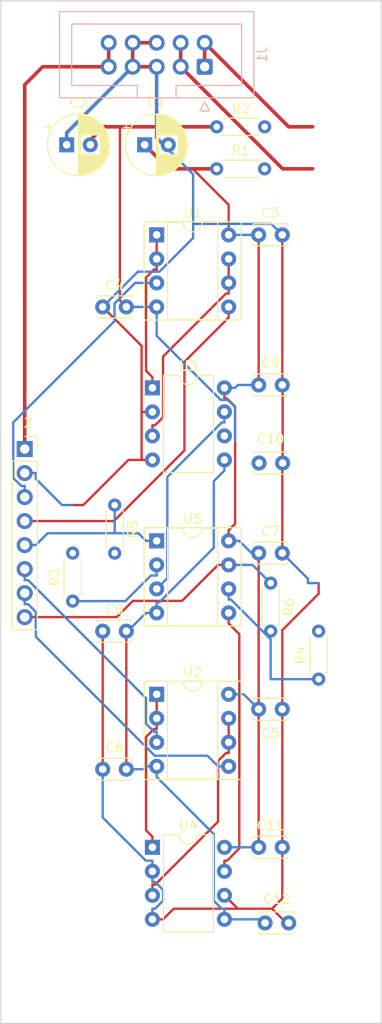
<source format=kicad_pcb>
(kicad_pcb (version 20171130) (host pcbnew 5.1.10)

  (general
    (thickness 1.6)
    (drawings 4)
    (tracks 224)
    (zones 0)
    (modules 29)
    (nets 21)
  )

  (page A4)
  (title_block
    (title "(title)")
    (comment 1 "PCB for panel")
    (comment 2 "(description)")
    (comment 4 "License CC BY 4.0 - Attribution 4.0 International")
  )

  (layers
    (0 F.Cu signal)
    (31 B.Cu signal)
    (32 B.Adhes user)
    (33 F.Adhes user)
    (34 B.Paste user)
    (35 F.Paste user)
    (36 B.SilkS user)
    (37 F.SilkS user)
    (38 B.Mask user)
    (39 F.Mask user)
    (40 Dwgs.User user)
    (41 Cmts.User user)
    (42 Eco1.User user)
    (43 Eco2.User user)
    (44 Edge.Cuts user)
    (45 Margin user)
    (46 B.CrtYd user)
    (47 F.CrtYd user)
    (48 B.Fab user)
    (49 F.Fab user)
  )

  (setup
    (last_trace_width 0.25)
    (user_trace_width 0.381)
    (user_trace_width 0.762)
    (trace_clearance 0.2)
    (zone_clearance 0.508)
    (zone_45_only no)
    (trace_min 0.2)
    (via_size 0.8)
    (via_drill 0.4)
    (via_min_size 0.4)
    (via_min_drill 0.3)
    (uvia_size 0.3)
    (uvia_drill 0.1)
    (uvias_allowed no)
    (uvia_min_size 0.2)
    (uvia_min_drill 0.1)
    (edge_width 0.05)
    (segment_width 0.2)
    (pcb_text_width 0.3)
    (pcb_text_size 1.5 1.5)
    (mod_edge_width 0.12)
    (mod_text_size 1 1)
    (mod_text_width 0.15)
    (pad_size 1.524 1.524)
    (pad_drill 0.762)
    (pad_to_mask_clearance 0)
    (aux_axis_origin 0 0)
    (visible_elements FFFFFF7F)
    (pcbplotparams
      (layerselection 0x010fc_ffffffff)
      (usegerberextensions false)
      (usegerberattributes true)
      (usegerberadvancedattributes true)
      (creategerberjobfile true)
      (excludeedgelayer true)
      (linewidth 0.100000)
      (plotframeref false)
      (viasonmask false)
      (mode 1)
      (useauxorigin false)
      (hpglpennumber 1)
      (hpglpenspeed 20)
      (hpglpendiameter 15.000000)
      (psnegative false)
      (psa4output false)
      (plotreference true)
      (plotvalue true)
      (plotinvisibletext false)
      (padsonsilk false)
      (subtractmaskfromsilk false)
      (outputformat 1)
      (mirror false)
      (drillshape 1)
      (scaleselection 1)
      (outputdirectory ""))
  )

  (net 0 "")
  (net 1 GND)
  (net 2 +15V)
  (net 3 -15V)
  (net 4 +5V)
  (net 5 VP)
  (net 6 VN)
  (net 7 OUTb)
  (net 8 Yb)
  (net 9 Xb)
  (net 10 OUTa)
  (net 11 Ya)
  (net 12 Xa)
  (net 13 "Net-(R3-Pad1)")
  (net 14 "Net-(R4-Pad1)")
  (net 15 "Net-(U1-Pad6)")
  (net 16 "Net-(U1-Pad1)")
  (net 17 "Net-(U2-Pad6)")
  (net 18 "Net-(U2-Pad1)")
  (net 19 "Net-(U3-Pad7)")
  (net 20 "Net-(U4-Pad7)")

  (net_class Default "This is the default net class."
    (clearance 0.2)
    (trace_width 0.25)
    (via_dia 0.8)
    (via_drill 0.4)
    (uvia_dia 0.3)
    (uvia_drill 0.1)
    (add_net +15V)
    (add_net +5V)
    (add_net -15V)
    (add_net GND)
    (add_net "Net-(R3-Pad1)")
    (add_net "Net-(R4-Pad1)")
    (add_net "Net-(U1-Pad1)")
    (add_net "Net-(U1-Pad6)")
    (add_net "Net-(U2-Pad1)")
    (add_net "Net-(U2-Pad6)")
    (add_net "Net-(U3-Pad7)")
    (add_net "Net-(U4-Pad7)")
    (add_net OUTa)
    (add_net OUTb)
    (add_net VN)
    (add_net VP)
    (add_net Xa)
    (add_net Xb)
    (add_net Ya)
    (add_net Yb)
  )

  (module Resistor_THT:R_Axial_DIN0204_L3.6mm_D1.6mm_P5.08mm_Horizontal (layer F.Cu) (tedit 5AE5139B) (tstamp 6098127B)
    (at 79.375 112.395 270)
    (descr "Resistor, Axial_DIN0204 series, Axial, Horizontal, pin pitch=5.08mm, 0.167W, length*diameter=3.6*1.6mm^2, http://cdn-reichelt.de/documents/datenblatt/B400/1_4W%23YAG.pdf")
    (tags "Resistor Axial_DIN0204 series Axial Horizontal pin pitch 5.08mm 0.167W length 3.6mm diameter 1.6mm")
    (path /609D219F)
    (fp_text reference R6 (at 2.54 -1.92 90) (layer F.SilkS)
      (effects (font (size 1 1) (thickness 0.15)))
    )
    (fp_text value 10k (at 2.54 1.92 90) (layer F.Fab)
      (effects (font (size 1 1) (thickness 0.15)))
    )
    (fp_line (start 0.74 -0.8) (end 0.74 0.8) (layer F.Fab) (width 0.1))
    (fp_line (start 0.74 0.8) (end 4.34 0.8) (layer F.Fab) (width 0.1))
    (fp_line (start 4.34 0.8) (end 4.34 -0.8) (layer F.Fab) (width 0.1))
    (fp_line (start 4.34 -0.8) (end 0.74 -0.8) (layer F.Fab) (width 0.1))
    (fp_line (start 0 0) (end 0.74 0) (layer F.Fab) (width 0.1))
    (fp_line (start 5.08 0) (end 4.34 0) (layer F.Fab) (width 0.1))
    (fp_line (start 0.62 -0.92) (end 4.46 -0.92) (layer F.SilkS) (width 0.12))
    (fp_line (start 0.62 0.92) (end 4.46 0.92) (layer F.SilkS) (width 0.12))
    (fp_line (start -0.95 -1.05) (end -0.95 1.05) (layer F.CrtYd) (width 0.05))
    (fp_line (start -0.95 1.05) (end 6.03 1.05) (layer F.CrtYd) (width 0.05))
    (fp_line (start 6.03 1.05) (end 6.03 -1.05) (layer F.CrtYd) (width 0.05))
    (fp_line (start 6.03 -1.05) (end -0.95 -1.05) (layer F.CrtYd) (width 0.05))
    (fp_text user %R (at 2.54 0 90) (layer F.Fab)
      (effects (font (size 0.72 0.72) (thickness 0.108)))
    )
    (pad 2 thru_hole oval (at 5.08 0 270) (size 1.4 1.4) (drill 0.7) (layers *.Cu *.Mask)
      (net 14 "Net-(R4-Pad1)"))
    (pad 1 thru_hole circle (at 0 0 270) (size 1.4 1.4) (drill 0.7) (layers *.Cu *.Mask)
      (net 7 OUTb))
    (model ${KISYS3DMOD}/Resistor_THT.3dshapes/R_Axial_DIN0204_L3.6mm_D1.6mm_P5.08mm_Horizontal.wrl
      (at (xyz 0 0 0))
      (scale (xyz 1 1 1))
      (rotate (xyz 0 0 0))
    )
  )

  (module Resistor_THT:R_Axial_DIN0204_L3.6mm_D1.6mm_P5.08mm_Horizontal (layer F.Cu) (tedit 5AE5139B) (tstamp 60981264)
    (at 62.865 104.14 270)
    (descr "Resistor, Axial_DIN0204 series, Axial, Horizontal, pin pitch=5.08mm, 0.167W, length*diameter=3.6*1.6mm^2, http://cdn-reichelt.de/documents/datenblatt/B400/1_4W%23YAG.pdf")
    (tags "Resistor Axial_DIN0204 series Axial Horizontal pin pitch 5.08mm 0.167W length 3.6mm diameter 1.6mm")
    (path /5F78B0A7)
    (fp_text reference R5 (at 2.54 -1.92 90) (layer F.SilkS)
      (effects (font (size 1 1) (thickness 0.15)))
    )
    (fp_text value 10k (at 2.54 1.92 90) (layer F.Fab)
      (effects (font (size 1 1) (thickness 0.15)))
    )
    (fp_line (start 0.74 -0.8) (end 0.74 0.8) (layer F.Fab) (width 0.1))
    (fp_line (start 0.74 0.8) (end 4.34 0.8) (layer F.Fab) (width 0.1))
    (fp_line (start 4.34 0.8) (end 4.34 -0.8) (layer F.Fab) (width 0.1))
    (fp_line (start 4.34 -0.8) (end 0.74 -0.8) (layer F.Fab) (width 0.1))
    (fp_line (start 0 0) (end 0.74 0) (layer F.Fab) (width 0.1))
    (fp_line (start 5.08 0) (end 4.34 0) (layer F.Fab) (width 0.1))
    (fp_line (start 0.62 -0.92) (end 4.46 -0.92) (layer F.SilkS) (width 0.12))
    (fp_line (start 0.62 0.92) (end 4.46 0.92) (layer F.SilkS) (width 0.12))
    (fp_line (start -0.95 -1.05) (end -0.95 1.05) (layer F.CrtYd) (width 0.05))
    (fp_line (start -0.95 1.05) (end 6.03 1.05) (layer F.CrtYd) (width 0.05))
    (fp_line (start 6.03 1.05) (end 6.03 -1.05) (layer F.CrtYd) (width 0.05))
    (fp_line (start 6.03 -1.05) (end -0.95 -1.05) (layer F.CrtYd) (width 0.05))
    (fp_text user %R (at 2.54 0 90) (layer F.Fab)
      (effects (font (size 0.72 0.72) (thickness 0.108)))
    )
    (pad 2 thru_hole oval (at 5.08 0 270) (size 1.4 1.4) (drill 0.7) (layers *.Cu *.Mask)
      (net 13 "Net-(R3-Pad1)"))
    (pad 1 thru_hole circle (at 0 0 270) (size 1.4 1.4) (drill 0.7) (layers *.Cu *.Mask)
      (net 10 OUTa))
    (model ${KISYS3DMOD}/Resistor_THT.3dshapes/R_Axial_DIN0204_L3.6mm_D1.6mm_P5.08mm_Horizontal.wrl
      (at (xyz 0 0 0))
      (scale (xyz 1 1 1))
      (rotate (xyz 0 0 0))
    )
  )

  (module Resistor_THT:R_Axial_DIN0204_L3.6mm_D1.6mm_P5.08mm_Horizontal (layer F.Cu) (tedit 5AE5139B) (tstamp 6098124D)
    (at 84.455 122.555 90)
    (descr "Resistor, Axial_DIN0204 series, Axial, Horizontal, pin pitch=5.08mm, 0.167W, length*diameter=3.6*1.6mm^2, http://cdn-reichelt.de/documents/datenblatt/B400/1_4W%23YAG.pdf")
    (tags "Resistor Axial_DIN0204 series Axial Horizontal pin pitch 5.08mm 0.167W length 3.6mm diameter 1.6mm")
    (path /609D21AA)
    (fp_text reference R4 (at 2.54 -1.92 90) (layer F.SilkS)
      (effects (font (size 1 1) (thickness 0.15)))
    )
    (fp_text value 10k (at 2.54 1.92 90) (layer F.Fab)
      (effects (font (size 1 1) (thickness 0.15)))
    )
    (fp_line (start 0.74 -0.8) (end 0.74 0.8) (layer F.Fab) (width 0.1))
    (fp_line (start 0.74 0.8) (end 4.34 0.8) (layer F.Fab) (width 0.1))
    (fp_line (start 4.34 0.8) (end 4.34 -0.8) (layer F.Fab) (width 0.1))
    (fp_line (start 4.34 -0.8) (end 0.74 -0.8) (layer F.Fab) (width 0.1))
    (fp_line (start 0 0) (end 0.74 0) (layer F.Fab) (width 0.1))
    (fp_line (start 5.08 0) (end 4.34 0) (layer F.Fab) (width 0.1))
    (fp_line (start 0.62 -0.92) (end 4.46 -0.92) (layer F.SilkS) (width 0.12))
    (fp_line (start 0.62 0.92) (end 4.46 0.92) (layer F.SilkS) (width 0.12))
    (fp_line (start -0.95 -1.05) (end -0.95 1.05) (layer F.CrtYd) (width 0.05))
    (fp_line (start -0.95 1.05) (end 6.03 1.05) (layer F.CrtYd) (width 0.05))
    (fp_line (start 6.03 1.05) (end 6.03 -1.05) (layer F.CrtYd) (width 0.05))
    (fp_line (start 6.03 -1.05) (end -0.95 -1.05) (layer F.CrtYd) (width 0.05))
    (fp_text user %R (at 2.54 0 90) (layer F.Fab)
      (effects (font (size 0.72 0.72) (thickness 0.108)))
    )
    (pad 2 thru_hole oval (at 5.08 0 90) (size 1.4 1.4) (drill 0.7) (layers *.Cu *.Mask)
      (net 1 GND))
    (pad 1 thru_hole circle (at 0 0 90) (size 1.4 1.4) (drill 0.7) (layers *.Cu *.Mask)
      (net 14 "Net-(R4-Pad1)"))
    (model ${KISYS3DMOD}/Resistor_THT.3dshapes/R_Axial_DIN0204_L3.6mm_D1.6mm_P5.08mm_Horizontal.wrl
      (at (xyz 0 0 0))
      (scale (xyz 1 1 1))
      (rotate (xyz 0 0 0))
    )
  )

  (module Resistor_THT:R_Axial_DIN0204_L3.6mm_D1.6mm_P5.08mm_Horizontal (layer F.Cu) (tedit 5AE5139B) (tstamp 60981236)
    (at 58.42 114.3 90)
    (descr "Resistor, Axial_DIN0204 series, Axial, Horizontal, pin pitch=5.08mm, 0.167W, length*diameter=3.6*1.6mm^2, http://cdn-reichelt.de/documents/datenblatt/B400/1_4W%23YAG.pdf")
    (tags "Resistor Axial_DIN0204 series Axial Horizontal pin pitch 5.08mm 0.167W length 3.6mm diameter 1.6mm")
    (path /5F793822)
    (fp_text reference R3 (at 2.54 -1.92 90) (layer F.SilkS)
      (effects (font (size 1 1) (thickness 0.15)))
    )
    (fp_text value 10k (at 2.54 1.92 90) (layer F.Fab)
      (effects (font (size 1 1) (thickness 0.15)))
    )
    (fp_line (start 0.74 -0.8) (end 0.74 0.8) (layer F.Fab) (width 0.1))
    (fp_line (start 0.74 0.8) (end 4.34 0.8) (layer F.Fab) (width 0.1))
    (fp_line (start 4.34 0.8) (end 4.34 -0.8) (layer F.Fab) (width 0.1))
    (fp_line (start 4.34 -0.8) (end 0.74 -0.8) (layer F.Fab) (width 0.1))
    (fp_line (start 0 0) (end 0.74 0) (layer F.Fab) (width 0.1))
    (fp_line (start 5.08 0) (end 4.34 0) (layer F.Fab) (width 0.1))
    (fp_line (start 0.62 -0.92) (end 4.46 -0.92) (layer F.SilkS) (width 0.12))
    (fp_line (start 0.62 0.92) (end 4.46 0.92) (layer F.SilkS) (width 0.12))
    (fp_line (start -0.95 -1.05) (end -0.95 1.05) (layer F.CrtYd) (width 0.05))
    (fp_line (start -0.95 1.05) (end 6.03 1.05) (layer F.CrtYd) (width 0.05))
    (fp_line (start 6.03 1.05) (end 6.03 -1.05) (layer F.CrtYd) (width 0.05))
    (fp_line (start 6.03 -1.05) (end -0.95 -1.05) (layer F.CrtYd) (width 0.05))
    (fp_text user %R (at 2.54 0 90) (layer F.Fab)
      (effects (font (size 0.72 0.72) (thickness 0.108)))
    )
    (pad 2 thru_hole oval (at 5.08 0 90) (size 1.4 1.4) (drill 0.7) (layers *.Cu *.Mask)
      (net 1 GND))
    (pad 1 thru_hole circle (at 0 0 90) (size 1.4 1.4) (drill 0.7) (layers *.Cu *.Mask)
      (net 13 "Net-(R3-Pad1)"))
    (model ${KISYS3DMOD}/Resistor_THT.3dshapes/R_Axial_DIN0204_L3.6mm_D1.6mm_P5.08mm_Horizontal.wrl
      (at (xyz 0 0 0))
      (scale (xyz 1 1 1))
      (rotate (xyz 0 0 0))
    )
  )

  (module Resistor_THT:R_Axial_DIN0204_L3.6mm_D1.6mm_P5.08mm_Horizontal (layer F.Cu) (tedit 5AE5139B) (tstamp 6098121F)
    (at 73.66 64.135)
    (descr "Resistor, Axial_DIN0204 series, Axial, Horizontal, pin pitch=5.08mm, 0.167W, length*diameter=3.6*1.6mm^2, http://cdn-reichelt.de/documents/datenblatt/B400/1_4W%23YAG.pdf")
    (tags "Resistor Axial_DIN0204 series Axial Horizontal pin pitch 5.08mm 0.167W length 3.6mm diameter 1.6mm")
    (path /60980ED8)
    (fp_text reference R2 (at 2.54 -1.92) (layer F.SilkS)
      (effects (font (size 1 1) (thickness 0.15)))
    )
    (fp_text value 10 (at 2.54 1.92) (layer F.Fab)
      (effects (font (size 1 1) (thickness 0.15)))
    )
    (fp_line (start 0.74 -0.8) (end 0.74 0.8) (layer F.Fab) (width 0.1))
    (fp_line (start 0.74 0.8) (end 4.34 0.8) (layer F.Fab) (width 0.1))
    (fp_line (start 4.34 0.8) (end 4.34 -0.8) (layer F.Fab) (width 0.1))
    (fp_line (start 4.34 -0.8) (end 0.74 -0.8) (layer F.Fab) (width 0.1))
    (fp_line (start 0 0) (end 0.74 0) (layer F.Fab) (width 0.1))
    (fp_line (start 5.08 0) (end 4.34 0) (layer F.Fab) (width 0.1))
    (fp_line (start 0.62 -0.92) (end 4.46 -0.92) (layer F.SilkS) (width 0.12))
    (fp_line (start 0.62 0.92) (end 4.46 0.92) (layer F.SilkS) (width 0.12))
    (fp_line (start -0.95 -1.05) (end -0.95 1.05) (layer F.CrtYd) (width 0.05))
    (fp_line (start -0.95 1.05) (end 6.03 1.05) (layer F.CrtYd) (width 0.05))
    (fp_line (start 6.03 1.05) (end 6.03 -1.05) (layer F.CrtYd) (width 0.05))
    (fp_line (start 6.03 -1.05) (end -0.95 -1.05) (layer F.CrtYd) (width 0.05))
    (fp_text user %R (at 2.54 0) (layer F.Fab)
      (effects (font (size 0.72 0.72) (thickness 0.108)))
    )
    (pad 2 thru_hole oval (at 5.08 0) (size 1.4 1.4) (drill 0.7) (layers *.Cu *.Mask)
      (net 6 VN))
    (pad 1 thru_hole circle (at 0 0) (size 1.4 1.4) (drill 0.7) (layers *.Cu *.Mask)
      (net 3 -15V))
    (model ${KISYS3DMOD}/Resistor_THT.3dshapes/R_Axial_DIN0204_L3.6mm_D1.6mm_P5.08mm_Horizontal.wrl
      (at (xyz 0 0 0))
      (scale (xyz 1 1 1))
      (rotate (xyz 0 0 0))
    )
  )

  (module Resistor_THT:R_Axial_DIN0204_L3.6mm_D1.6mm_P5.08mm_Horizontal (layer F.Cu) (tedit 5AE5139B) (tstamp 60981208)
    (at 73.66 68.58)
    (descr "Resistor, Axial_DIN0204 series, Axial, Horizontal, pin pitch=5.08mm, 0.167W, length*diameter=3.6*1.6mm^2, http://cdn-reichelt.de/documents/datenblatt/B400/1_4W%23YAG.pdf")
    (tags "Resistor Axial_DIN0204 series Axial Horizontal pin pitch 5.08mm 0.167W length 3.6mm diameter 1.6mm")
    (path /609809F6)
    (fp_text reference R1 (at 2.54 -1.92) (layer F.SilkS)
      (effects (font (size 1 1) (thickness 0.15)))
    )
    (fp_text value 10 (at 2.54 1.92) (layer F.Fab)
      (effects (font (size 1 1) (thickness 0.15)))
    )
    (fp_line (start 0.74 -0.8) (end 0.74 0.8) (layer F.Fab) (width 0.1))
    (fp_line (start 0.74 0.8) (end 4.34 0.8) (layer F.Fab) (width 0.1))
    (fp_line (start 4.34 0.8) (end 4.34 -0.8) (layer F.Fab) (width 0.1))
    (fp_line (start 4.34 -0.8) (end 0.74 -0.8) (layer F.Fab) (width 0.1))
    (fp_line (start 0 0) (end 0.74 0) (layer F.Fab) (width 0.1))
    (fp_line (start 5.08 0) (end 4.34 0) (layer F.Fab) (width 0.1))
    (fp_line (start 0.62 -0.92) (end 4.46 -0.92) (layer F.SilkS) (width 0.12))
    (fp_line (start 0.62 0.92) (end 4.46 0.92) (layer F.SilkS) (width 0.12))
    (fp_line (start -0.95 -1.05) (end -0.95 1.05) (layer F.CrtYd) (width 0.05))
    (fp_line (start -0.95 1.05) (end 6.03 1.05) (layer F.CrtYd) (width 0.05))
    (fp_line (start 6.03 1.05) (end 6.03 -1.05) (layer F.CrtYd) (width 0.05))
    (fp_line (start 6.03 -1.05) (end -0.95 -1.05) (layer F.CrtYd) (width 0.05))
    (fp_text user %R (at 2.54 0) (layer F.Fab)
      (effects (font (size 0.72 0.72) (thickness 0.108)))
    )
    (pad 2 thru_hole oval (at 5.08 0) (size 1.4 1.4) (drill 0.7) (layers *.Cu *.Mask)
      (net 5 VP))
    (pad 1 thru_hole circle (at 0 0) (size 1.4 1.4) (drill 0.7) (layers *.Cu *.Mask)
      (net 2 +15V))
    (model ${KISYS3DMOD}/Resistor_THT.3dshapes/R_Axial_DIN0204_L3.6mm_D1.6mm_P5.08mm_Horizontal.wrl
      (at (xyz 0 0 0))
      (scale (xyz 1 1 1))
      (rotate (xyz 0 0 0))
    )
  )

  (module Capacitor_THT:CP_Radial_D6.3mm_P2.50mm (layer F.Cu) (tedit 5AE50EF0) (tstamp 609810A3)
    (at 57.785 66.04)
    (descr "CP, Radial series, Radial, pin pitch=2.50mm, , diameter=6.3mm, Electrolytic Capacitor")
    (tags "CP Radial series Radial pin pitch 2.50mm  diameter 6.3mm Electrolytic Capacitor")
    (path /60980EC9)
    (fp_text reference C2 (at 1.25 -4.4) (layer F.SilkS)
      (effects (font (size 1 1) (thickness 0.15)))
    )
    (fp_text value 22u (at 1.25 4.4) (layer F.Fab)
      (effects (font (size 1 1) (thickness 0.15)))
    )
    (fp_circle (center 1.25 0) (end 4.4 0) (layer F.Fab) (width 0.1))
    (fp_circle (center 1.25 0) (end 4.52 0) (layer F.SilkS) (width 0.12))
    (fp_circle (center 1.25 0) (end 4.65 0) (layer F.CrtYd) (width 0.05))
    (fp_line (start -1.443972 -1.3735) (end -0.813972 -1.3735) (layer F.Fab) (width 0.1))
    (fp_line (start -1.128972 -1.6885) (end -1.128972 -1.0585) (layer F.Fab) (width 0.1))
    (fp_line (start 1.25 -3.23) (end 1.25 3.23) (layer F.SilkS) (width 0.12))
    (fp_line (start 1.29 -3.23) (end 1.29 3.23) (layer F.SilkS) (width 0.12))
    (fp_line (start 1.33 -3.23) (end 1.33 3.23) (layer F.SilkS) (width 0.12))
    (fp_line (start 1.37 -3.228) (end 1.37 3.228) (layer F.SilkS) (width 0.12))
    (fp_line (start 1.41 -3.227) (end 1.41 3.227) (layer F.SilkS) (width 0.12))
    (fp_line (start 1.45 -3.224) (end 1.45 3.224) (layer F.SilkS) (width 0.12))
    (fp_line (start 1.49 -3.222) (end 1.49 -1.04) (layer F.SilkS) (width 0.12))
    (fp_line (start 1.49 1.04) (end 1.49 3.222) (layer F.SilkS) (width 0.12))
    (fp_line (start 1.53 -3.218) (end 1.53 -1.04) (layer F.SilkS) (width 0.12))
    (fp_line (start 1.53 1.04) (end 1.53 3.218) (layer F.SilkS) (width 0.12))
    (fp_line (start 1.57 -3.215) (end 1.57 -1.04) (layer F.SilkS) (width 0.12))
    (fp_line (start 1.57 1.04) (end 1.57 3.215) (layer F.SilkS) (width 0.12))
    (fp_line (start 1.61 -3.211) (end 1.61 -1.04) (layer F.SilkS) (width 0.12))
    (fp_line (start 1.61 1.04) (end 1.61 3.211) (layer F.SilkS) (width 0.12))
    (fp_line (start 1.65 -3.206) (end 1.65 -1.04) (layer F.SilkS) (width 0.12))
    (fp_line (start 1.65 1.04) (end 1.65 3.206) (layer F.SilkS) (width 0.12))
    (fp_line (start 1.69 -3.201) (end 1.69 -1.04) (layer F.SilkS) (width 0.12))
    (fp_line (start 1.69 1.04) (end 1.69 3.201) (layer F.SilkS) (width 0.12))
    (fp_line (start 1.73 -3.195) (end 1.73 -1.04) (layer F.SilkS) (width 0.12))
    (fp_line (start 1.73 1.04) (end 1.73 3.195) (layer F.SilkS) (width 0.12))
    (fp_line (start 1.77 -3.189) (end 1.77 -1.04) (layer F.SilkS) (width 0.12))
    (fp_line (start 1.77 1.04) (end 1.77 3.189) (layer F.SilkS) (width 0.12))
    (fp_line (start 1.81 -3.182) (end 1.81 -1.04) (layer F.SilkS) (width 0.12))
    (fp_line (start 1.81 1.04) (end 1.81 3.182) (layer F.SilkS) (width 0.12))
    (fp_line (start 1.85 -3.175) (end 1.85 -1.04) (layer F.SilkS) (width 0.12))
    (fp_line (start 1.85 1.04) (end 1.85 3.175) (layer F.SilkS) (width 0.12))
    (fp_line (start 1.89 -3.167) (end 1.89 -1.04) (layer F.SilkS) (width 0.12))
    (fp_line (start 1.89 1.04) (end 1.89 3.167) (layer F.SilkS) (width 0.12))
    (fp_line (start 1.93 -3.159) (end 1.93 -1.04) (layer F.SilkS) (width 0.12))
    (fp_line (start 1.93 1.04) (end 1.93 3.159) (layer F.SilkS) (width 0.12))
    (fp_line (start 1.971 -3.15) (end 1.971 -1.04) (layer F.SilkS) (width 0.12))
    (fp_line (start 1.971 1.04) (end 1.971 3.15) (layer F.SilkS) (width 0.12))
    (fp_line (start 2.011 -3.141) (end 2.011 -1.04) (layer F.SilkS) (width 0.12))
    (fp_line (start 2.011 1.04) (end 2.011 3.141) (layer F.SilkS) (width 0.12))
    (fp_line (start 2.051 -3.131) (end 2.051 -1.04) (layer F.SilkS) (width 0.12))
    (fp_line (start 2.051 1.04) (end 2.051 3.131) (layer F.SilkS) (width 0.12))
    (fp_line (start 2.091 -3.121) (end 2.091 -1.04) (layer F.SilkS) (width 0.12))
    (fp_line (start 2.091 1.04) (end 2.091 3.121) (layer F.SilkS) (width 0.12))
    (fp_line (start 2.131 -3.11) (end 2.131 -1.04) (layer F.SilkS) (width 0.12))
    (fp_line (start 2.131 1.04) (end 2.131 3.11) (layer F.SilkS) (width 0.12))
    (fp_line (start 2.171 -3.098) (end 2.171 -1.04) (layer F.SilkS) (width 0.12))
    (fp_line (start 2.171 1.04) (end 2.171 3.098) (layer F.SilkS) (width 0.12))
    (fp_line (start 2.211 -3.086) (end 2.211 -1.04) (layer F.SilkS) (width 0.12))
    (fp_line (start 2.211 1.04) (end 2.211 3.086) (layer F.SilkS) (width 0.12))
    (fp_line (start 2.251 -3.074) (end 2.251 -1.04) (layer F.SilkS) (width 0.12))
    (fp_line (start 2.251 1.04) (end 2.251 3.074) (layer F.SilkS) (width 0.12))
    (fp_line (start 2.291 -3.061) (end 2.291 -1.04) (layer F.SilkS) (width 0.12))
    (fp_line (start 2.291 1.04) (end 2.291 3.061) (layer F.SilkS) (width 0.12))
    (fp_line (start 2.331 -3.047) (end 2.331 -1.04) (layer F.SilkS) (width 0.12))
    (fp_line (start 2.331 1.04) (end 2.331 3.047) (layer F.SilkS) (width 0.12))
    (fp_line (start 2.371 -3.033) (end 2.371 -1.04) (layer F.SilkS) (width 0.12))
    (fp_line (start 2.371 1.04) (end 2.371 3.033) (layer F.SilkS) (width 0.12))
    (fp_line (start 2.411 -3.018) (end 2.411 -1.04) (layer F.SilkS) (width 0.12))
    (fp_line (start 2.411 1.04) (end 2.411 3.018) (layer F.SilkS) (width 0.12))
    (fp_line (start 2.451 -3.002) (end 2.451 -1.04) (layer F.SilkS) (width 0.12))
    (fp_line (start 2.451 1.04) (end 2.451 3.002) (layer F.SilkS) (width 0.12))
    (fp_line (start 2.491 -2.986) (end 2.491 -1.04) (layer F.SilkS) (width 0.12))
    (fp_line (start 2.491 1.04) (end 2.491 2.986) (layer F.SilkS) (width 0.12))
    (fp_line (start 2.531 -2.97) (end 2.531 -1.04) (layer F.SilkS) (width 0.12))
    (fp_line (start 2.531 1.04) (end 2.531 2.97) (layer F.SilkS) (width 0.12))
    (fp_line (start 2.571 -2.952) (end 2.571 -1.04) (layer F.SilkS) (width 0.12))
    (fp_line (start 2.571 1.04) (end 2.571 2.952) (layer F.SilkS) (width 0.12))
    (fp_line (start 2.611 -2.934) (end 2.611 -1.04) (layer F.SilkS) (width 0.12))
    (fp_line (start 2.611 1.04) (end 2.611 2.934) (layer F.SilkS) (width 0.12))
    (fp_line (start 2.651 -2.916) (end 2.651 -1.04) (layer F.SilkS) (width 0.12))
    (fp_line (start 2.651 1.04) (end 2.651 2.916) (layer F.SilkS) (width 0.12))
    (fp_line (start 2.691 -2.896) (end 2.691 -1.04) (layer F.SilkS) (width 0.12))
    (fp_line (start 2.691 1.04) (end 2.691 2.896) (layer F.SilkS) (width 0.12))
    (fp_line (start 2.731 -2.876) (end 2.731 -1.04) (layer F.SilkS) (width 0.12))
    (fp_line (start 2.731 1.04) (end 2.731 2.876) (layer F.SilkS) (width 0.12))
    (fp_line (start 2.771 -2.856) (end 2.771 -1.04) (layer F.SilkS) (width 0.12))
    (fp_line (start 2.771 1.04) (end 2.771 2.856) (layer F.SilkS) (width 0.12))
    (fp_line (start 2.811 -2.834) (end 2.811 -1.04) (layer F.SilkS) (width 0.12))
    (fp_line (start 2.811 1.04) (end 2.811 2.834) (layer F.SilkS) (width 0.12))
    (fp_line (start 2.851 -2.812) (end 2.851 -1.04) (layer F.SilkS) (width 0.12))
    (fp_line (start 2.851 1.04) (end 2.851 2.812) (layer F.SilkS) (width 0.12))
    (fp_line (start 2.891 -2.79) (end 2.891 -1.04) (layer F.SilkS) (width 0.12))
    (fp_line (start 2.891 1.04) (end 2.891 2.79) (layer F.SilkS) (width 0.12))
    (fp_line (start 2.931 -2.766) (end 2.931 -1.04) (layer F.SilkS) (width 0.12))
    (fp_line (start 2.931 1.04) (end 2.931 2.766) (layer F.SilkS) (width 0.12))
    (fp_line (start 2.971 -2.742) (end 2.971 -1.04) (layer F.SilkS) (width 0.12))
    (fp_line (start 2.971 1.04) (end 2.971 2.742) (layer F.SilkS) (width 0.12))
    (fp_line (start 3.011 -2.716) (end 3.011 -1.04) (layer F.SilkS) (width 0.12))
    (fp_line (start 3.011 1.04) (end 3.011 2.716) (layer F.SilkS) (width 0.12))
    (fp_line (start 3.051 -2.69) (end 3.051 -1.04) (layer F.SilkS) (width 0.12))
    (fp_line (start 3.051 1.04) (end 3.051 2.69) (layer F.SilkS) (width 0.12))
    (fp_line (start 3.091 -2.664) (end 3.091 -1.04) (layer F.SilkS) (width 0.12))
    (fp_line (start 3.091 1.04) (end 3.091 2.664) (layer F.SilkS) (width 0.12))
    (fp_line (start 3.131 -2.636) (end 3.131 -1.04) (layer F.SilkS) (width 0.12))
    (fp_line (start 3.131 1.04) (end 3.131 2.636) (layer F.SilkS) (width 0.12))
    (fp_line (start 3.171 -2.607) (end 3.171 -1.04) (layer F.SilkS) (width 0.12))
    (fp_line (start 3.171 1.04) (end 3.171 2.607) (layer F.SilkS) (width 0.12))
    (fp_line (start 3.211 -2.578) (end 3.211 -1.04) (layer F.SilkS) (width 0.12))
    (fp_line (start 3.211 1.04) (end 3.211 2.578) (layer F.SilkS) (width 0.12))
    (fp_line (start 3.251 -2.548) (end 3.251 -1.04) (layer F.SilkS) (width 0.12))
    (fp_line (start 3.251 1.04) (end 3.251 2.548) (layer F.SilkS) (width 0.12))
    (fp_line (start 3.291 -2.516) (end 3.291 -1.04) (layer F.SilkS) (width 0.12))
    (fp_line (start 3.291 1.04) (end 3.291 2.516) (layer F.SilkS) (width 0.12))
    (fp_line (start 3.331 -2.484) (end 3.331 -1.04) (layer F.SilkS) (width 0.12))
    (fp_line (start 3.331 1.04) (end 3.331 2.484) (layer F.SilkS) (width 0.12))
    (fp_line (start 3.371 -2.45) (end 3.371 -1.04) (layer F.SilkS) (width 0.12))
    (fp_line (start 3.371 1.04) (end 3.371 2.45) (layer F.SilkS) (width 0.12))
    (fp_line (start 3.411 -2.416) (end 3.411 -1.04) (layer F.SilkS) (width 0.12))
    (fp_line (start 3.411 1.04) (end 3.411 2.416) (layer F.SilkS) (width 0.12))
    (fp_line (start 3.451 -2.38) (end 3.451 -1.04) (layer F.SilkS) (width 0.12))
    (fp_line (start 3.451 1.04) (end 3.451 2.38) (layer F.SilkS) (width 0.12))
    (fp_line (start 3.491 -2.343) (end 3.491 -1.04) (layer F.SilkS) (width 0.12))
    (fp_line (start 3.491 1.04) (end 3.491 2.343) (layer F.SilkS) (width 0.12))
    (fp_line (start 3.531 -2.305) (end 3.531 -1.04) (layer F.SilkS) (width 0.12))
    (fp_line (start 3.531 1.04) (end 3.531 2.305) (layer F.SilkS) (width 0.12))
    (fp_line (start 3.571 -2.265) (end 3.571 2.265) (layer F.SilkS) (width 0.12))
    (fp_line (start 3.611 -2.224) (end 3.611 2.224) (layer F.SilkS) (width 0.12))
    (fp_line (start 3.651 -2.182) (end 3.651 2.182) (layer F.SilkS) (width 0.12))
    (fp_line (start 3.691 -2.137) (end 3.691 2.137) (layer F.SilkS) (width 0.12))
    (fp_line (start 3.731 -2.092) (end 3.731 2.092) (layer F.SilkS) (width 0.12))
    (fp_line (start 3.771 -2.044) (end 3.771 2.044) (layer F.SilkS) (width 0.12))
    (fp_line (start 3.811 -1.995) (end 3.811 1.995) (layer F.SilkS) (width 0.12))
    (fp_line (start 3.851 -1.944) (end 3.851 1.944) (layer F.SilkS) (width 0.12))
    (fp_line (start 3.891 -1.89) (end 3.891 1.89) (layer F.SilkS) (width 0.12))
    (fp_line (start 3.931 -1.834) (end 3.931 1.834) (layer F.SilkS) (width 0.12))
    (fp_line (start 3.971 -1.776) (end 3.971 1.776) (layer F.SilkS) (width 0.12))
    (fp_line (start 4.011 -1.714) (end 4.011 1.714) (layer F.SilkS) (width 0.12))
    (fp_line (start 4.051 -1.65) (end 4.051 1.65) (layer F.SilkS) (width 0.12))
    (fp_line (start 4.091 -1.581) (end 4.091 1.581) (layer F.SilkS) (width 0.12))
    (fp_line (start 4.131 -1.509) (end 4.131 1.509) (layer F.SilkS) (width 0.12))
    (fp_line (start 4.171 -1.432) (end 4.171 1.432) (layer F.SilkS) (width 0.12))
    (fp_line (start 4.211 -1.35) (end 4.211 1.35) (layer F.SilkS) (width 0.12))
    (fp_line (start 4.251 -1.262) (end 4.251 1.262) (layer F.SilkS) (width 0.12))
    (fp_line (start 4.291 -1.165) (end 4.291 1.165) (layer F.SilkS) (width 0.12))
    (fp_line (start 4.331 -1.059) (end 4.331 1.059) (layer F.SilkS) (width 0.12))
    (fp_line (start 4.371 -0.94) (end 4.371 0.94) (layer F.SilkS) (width 0.12))
    (fp_line (start 4.411 -0.802) (end 4.411 0.802) (layer F.SilkS) (width 0.12))
    (fp_line (start 4.451 -0.633) (end 4.451 0.633) (layer F.SilkS) (width 0.12))
    (fp_line (start 4.491 -0.402) (end 4.491 0.402) (layer F.SilkS) (width 0.12))
    (fp_line (start -2.250241 -1.839) (end -1.620241 -1.839) (layer F.SilkS) (width 0.12))
    (fp_line (start -1.935241 -2.154) (end -1.935241 -1.524) (layer F.SilkS) (width 0.12))
    (fp_text user %R (at 1.25 0) (layer F.Fab)
      (effects (font (size 1 1) (thickness 0.15)))
    )
    (pad 2 thru_hole circle (at 2.5 0) (size 1.6 1.6) (drill 0.8) (layers *.Cu *.Mask)
      (net 3 -15V))
    (pad 1 thru_hole rect (at 0 0) (size 1.6 1.6) (drill 0.8) (layers *.Cu *.Mask)
      (net 1 GND))
    (model ${KISYS3DMOD}/Capacitor_THT.3dshapes/CP_Radial_D6.3mm_P2.50mm.wrl
      (at (xyz 0 0 0))
      (scale (xyz 1 1 1))
      (rotate (xyz 0 0 0))
    )
  )

  (module Capacitor_THT:CP_Radial_D6.3mm_P2.50mm (layer F.Cu) (tedit 5AE50EF0) (tstamp 6098100F)
    (at 66.04 66.04)
    (descr "CP, Radial series, Radial, pin pitch=2.50mm, , diameter=6.3mm, Electrolytic Capacitor")
    (tags "CP Radial series Radial pin pitch 2.50mm  diameter 6.3mm Electrolytic Capacitor")
    (path /60980ECB)
    (fp_text reference C1 (at 1.25 -4.4) (layer F.SilkS)
      (effects (font (size 1 1) (thickness 0.15)))
    )
    (fp_text value 22u (at 1.25 4.4) (layer F.Fab)
      (effects (font (size 1 1) (thickness 0.15)))
    )
    (fp_circle (center 1.25 0) (end 4.4 0) (layer F.Fab) (width 0.1))
    (fp_circle (center 1.25 0) (end 4.52 0) (layer F.SilkS) (width 0.12))
    (fp_circle (center 1.25 0) (end 4.65 0) (layer F.CrtYd) (width 0.05))
    (fp_line (start -1.443972 -1.3735) (end -0.813972 -1.3735) (layer F.Fab) (width 0.1))
    (fp_line (start -1.128972 -1.6885) (end -1.128972 -1.0585) (layer F.Fab) (width 0.1))
    (fp_line (start 1.25 -3.23) (end 1.25 3.23) (layer F.SilkS) (width 0.12))
    (fp_line (start 1.29 -3.23) (end 1.29 3.23) (layer F.SilkS) (width 0.12))
    (fp_line (start 1.33 -3.23) (end 1.33 3.23) (layer F.SilkS) (width 0.12))
    (fp_line (start 1.37 -3.228) (end 1.37 3.228) (layer F.SilkS) (width 0.12))
    (fp_line (start 1.41 -3.227) (end 1.41 3.227) (layer F.SilkS) (width 0.12))
    (fp_line (start 1.45 -3.224) (end 1.45 3.224) (layer F.SilkS) (width 0.12))
    (fp_line (start 1.49 -3.222) (end 1.49 -1.04) (layer F.SilkS) (width 0.12))
    (fp_line (start 1.49 1.04) (end 1.49 3.222) (layer F.SilkS) (width 0.12))
    (fp_line (start 1.53 -3.218) (end 1.53 -1.04) (layer F.SilkS) (width 0.12))
    (fp_line (start 1.53 1.04) (end 1.53 3.218) (layer F.SilkS) (width 0.12))
    (fp_line (start 1.57 -3.215) (end 1.57 -1.04) (layer F.SilkS) (width 0.12))
    (fp_line (start 1.57 1.04) (end 1.57 3.215) (layer F.SilkS) (width 0.12))
    (fp_line (start 1.61 -3.211) (end 1.61 -1.04) (layer F.SilkS) (width 0.12))
    (fp_line (start 1.61 1.04) (end 1.61 3.211) (layer F.SilkS) (width 0.12))
    (fp_line (start 1.65 -3.206) (end 1.65 -1.04) (layer F.SilkS) (width 0.12))
    (fp_line (start 1.65 1.04) (end 1.65 3.206) (layer F.SilkS) (width 0.12))
    (fp_line (start 1.69 -3.201) (end 1.69 -1.04) (layer F.SilkS) (width 0.12))
    (fp_line (start 1.69 1.04) (end 1.69 3.201) (layer F.SilkS) (width 0.12))
    (fp_line (start 1.73 -3.195) (end 1.73 -1.04) (layer F.SilkS) (width 0.12))
    (fp_line (start 1.73 1.04) (end 1.73 3.195) (layer F.SilkS) (width 0.12))
    (fp_line (start 1.77 -3.189) (end 1.77 -1.04) (layer F.SilkS) (width 0.12))
    (fp_line (start 1.77 1.04) (end 1.77 3.189) (layer F.SilkS) (width 0.12))
    (fp_line (start 1.81 -3.182) (end 1.81 -1.04) (layer F.SilkS) (width 0.12))
    (fp_line (start 1.81 1.04) (end 1.81 3.182) (layer F.SilkS) (width 0.12))
    (fp_line (start 1.85 -3.175) (end 1.85 -1.04) (layer F.SilkS) (width 0.12))
    (fp_line (start 1.85 1.04) (end 1.85 3.175) (layer F.SilkS) (width 0.12))
    (fp_line (start 1.89 -3.167) (end 1.89 -1.04) (layer F.SilkS) (width 0.12))
    (fp_line (start 1.89 1.04) (end 1.89 3.167) (layer F.SilkS) (width 0.12))
    (fp_line (start 1.93 -3.159) (end 1.93 -1.04) (layer F.SilkS) (width 0.12))
    (fp_line (start 1.93 1.04) (end 1.93 3.159) (layer F.SilkS) (width 0.12))
    (fp_line (start 1.971 -3.15) (end 1.971 -1.04) (layer F.SilkS) (width 0.12))
    (fp_line (start 1.971 1.04) (end 1.971 3.15) (layer F.SilkS) (width 0.12))
    (fp_line (start 2.011 -3.141) (end 2.011 -1.04) (layer F.SilkS) (width 0.12))
    (fp_line (start 2.011 1.04) (end 2.011 3.141) (layer F.SilkS) (width 0.12))
    (fp_line (start 2.051 -3.131) (end 2.051 -1.04) (layer F.SilkS) (width 0.12))
    (fp_line (start 2.051 1.04) (end 2.051 3.131) (layer F.SilkS) (width 0.12))
    (fp_line (start 2.091 -3.121) (end 2.091 -1.04) (layer F.SilkS) (width 0.12))
    (fp_line (start 2.091 1.04) (end 2.091 3.121) (layer F.SilkS) (width 0.12))
    (fp_line (start 2.131 -3.11) (end 2.131 -1.04) (layer F.SilkS) (width 0.12))
    (fp_line (start 2.131 1.04) (end 2.131 3.11) (layer F.SilkS) (width 0.12))
    (fp_line (start 2.171 -3.098) (end 2.171 -1.04) (layer F.SilkS) (width 0.12))
    (fp_line (start 2.171 1.04) (end 2.171 3.098) (layer F.SilkS) (width 0.12))
    (fp_line (start 2.211 -3.086) (end 2.211 -1.04) (layer F.SilkS) (width 0.12))
    (fp_line (start 2.211 1.04) (end 2.211 3.086) (layer F.SilkS) (width 0.12))
    (fp_line (start 2.251 -3.074) (end 2.251 -1.04) (layer F.SilkS) (width 0.12))
    (fp_line (start 2.251 1.04) (end 2.251 3.074) (layer F.SilkS) (width 0.12))
    (fp_line (start 2.291 -3.061) (end 2.291 -1.04) (layer F.SilkS) (width 0.12))
    (fp_line (start 2.291 1.04) (end 2.291 3.061) (layer F.SilkS) (width 0.12))
    (fp_line (start 2.331 -3.047) (end 2.331 -1.04) (layer F.SilkS) (width 0.12))
    (fp_line (start 2.331 1.04) (end 2.331 3.047) (layer F.SilkS) (width 0.12))
    (fp_line (start 2.371 -3.033) (end 2.371 -1.04) (layer F.SilkS) (width 0.12))
    (fp_line (start 2.371 1.04) (end 2.371 3.033) (layer F.SilkS) (width 0.12))
    (fp_line (start 2.411 -3.018) (end 2.411 -1.04) (layer F.SilkS) (width 0.12))
    (fp_line (start 2.411 1.04) (end 2.411 3.018) (layer F.SilkS) (width 0.12))
    (fp_line (start 2.451 -3.002) (end 2.451 -1.04) (layer F.SilkS) (width 0.12))
    (fp_line (start 2.451 1.04) (end 2.451 3.002) (layer F.SilkS) (width 0.12))
    (fp_line (start 2.491 -2.986) (end 2.491 -1.04) (layer F.SilkS) (width 0.12))
    (fp_line (start 2.491 1.04) (end 2.491 2.986) (layer F.SilkS) (width 0.12))
    (fp_line (start 2.531 -2.97) (end 2.531 -1.04) (layer F.SilkS) (width 0.12))
    (fp_line (start 2.531 1.04) (end 2.531 2.97) (layer F.SilkS) (width 0.12))
    (fp_line (start 2.571 -2.952) (end 2.571 -1.04) (layer F.SilkS) (width 0.12))
    (fp_line (start 2.571 1.04) (end 2.571 2.952) (layer F.SilkS) (width 0.12))
    (fp_line (start 2.611 -2.934) (end 2.611 -1.04) (layer F.SilkS) (width 0.12))
    (fp_line (start 2.611 1.04) (end 2.611 2.934) (layer F.SilkS) (width 0.12))
    (fp_line (start 2.651 -2.916) (end 2.651 -1.04) (layer F.SilkS) (width 0.12))
    (fp_line (start 2.651 1.04) (end 2.651 2.916) (layer F.SilkS) (width 0.12))
    (fp_line (start 2.691 -2.896) (end 2.691 -1.04) (layer F.SilkS) (width 0.12))
    (fp_line (start 2.691 1.04) (end 2.691 2.896) (layer F.SilkS) (width 0.12))
    (fp_line (start 2.731 -2.876) (end 2.731 -1.04) (layer F.SilkS) (width 0.12))
    (fp_line (start 2.731 1.04) (end 2.731 2.876) (layer F.SilkS) (width 0.12))
    (fp_line (start 2.771 -2.856) (end 2.771 -1.04) (layer F.SilkS) (width 0.12))
    (fp_line (start 2.771 1.04) (end 2.771 2.856) (layer F.SilkS) (width 0.12))
    (fp_line (start 2.811 -2.834) (end 2.811 -1.04) (layer F.SilkS) (width 0.12))
    (fp_line (start 2.811 1.04) (end 2.811 2.834) (layer F.SilkS) (width 0.12))
    (fp_line (start 2.851 -2.812) (end 2.851 -1.04) (layer F.SilkS) (width 0.12))
    (fp_line (start 2.851 1.04) (end 2.851 2.812) (layer F.SilkS) (width 0.12))
    (fp_line (start 2.891 -2.79) (end 2.891 -1.04) (layer F.SilkS) (width 0.12))
    (fp_line (start 2.891 1.04) (end 2.891 2.79) (layer F.SilkS) (width 0.12))
    (fp_line (start 2.931 -2.766) (end 2.931 -1.04) (layer F.SilkS) (width 0.12))
    (fp_line (start 2.931 1.04) (end 2.931 2.766) (layer F.SilkS) (width 0.12))
    (fp_line (start 2.971 -2.742) (end 2.971 -1.04) (layer F.SilkS) (width 0.12))
    (fp_line (start 2.971 1.04) (end 2.971 2.742) (layer F.SilkS) (width 0.12))
    (fp_line (start 3.011 -2.716) (end 3.011 -1.04) (layer F.SilkS) (width 0.12))
    (fp_line (start 3.011 1.04) (end 3.011 2.716) (layer F.SilkS) (width 0.12))
    (fp_line (start 3.051 -2.69) (end 3.051 -1.04) (layer F.SilkS) (width 0.12))
    (fp_line (start 3.051 1.04) (end 3.051 2.69) (layer F.SilkS) (width 0.12))
    (fp_line (start 3.091 -2.664) (end 3.091 -1.04) (layer F.SilkS) (width 0.12))
    (fp_line (start 3.091 1.04) (end 3.091 2.664) (layer F.SilkS) (width 0.12))
    (fp_line (start 3.131 -2.636) (end 3.131 -1.04) (layer F.SilkS) (width 0.12))
    (fp_line (start 3.131 1.04) (end 3.131 2.636) (layer F.SilkS) (width 0.12))
    (fp_line (start 3.171 -2.607) (end 3.171 -1.04) (layer F.SilkS) (width 0.12))
    (fp_line (start 3.171 1.04) (end 3.171 2.607) (layer F.SilkS) (width 0.12))
    (fp_line (start 3.211 -2.578) (end 3.211 -1.04) (layer F.SilkS) (width 0.12))
    (fp_line (start 3.211 1.04) (end 3.211 2.578) (layer F.SilkS) (width 0.12))
    (fp_line (start 3.251 -2.548) (end 3.251 -1.04) (layer F.SilkS) (width 0.12))
    (fp_line (start 3.251 1.04) (end 3.251 2.548) (layer F.SilkS) (width 0.12))
    (fp_line (start 3.291 -2.516) (end 3.291 -1.04) (layer F.SilkS) (width 0.12))
    (fp_line (start 3.291 1.04) (end 3.291 2.516) (layer F.SilkS) (width 0.12))
    (fp_line (start 3.331 -2.484) (end 3.331 -1.04) (layer F.SilkS) (width 0.12))
    (fp_line (start 3.331 1.04) (end 3.331 2.484) (layer F.SilkS) (width 0.12))
    (fp_line (start 3.371 -2.45) (end 3.371 -1.04) (layer F.SilkS) (width 0.12))
    (fp_line (start 3.371 1.04) (end 3.371 2.45) (layer F.SilkS) (width 0.12))
    (fp_line (start 3.411 -2.416) (end 3.411 -1.04) (layer F.SilkS) (width 0.12))
    (fp_line (start 3.411 1.04) (end 3.411 2.416) (layer F.SilkS) (width 0.12))
    (fp_line (start 3.451 -2.38) (end 3.451 -1.04) (layer F.SilkS) (width 0.12))
    (fp_line (start 3.451 1.04) (end 3.451 2.38) (layer F.SilkS) (width 0.12))
    (fp_line (start 3.491 -2.343) (end 3.491 -1.04) (layer F.SilkS) (width 0.12))
    (fp_line (start 3.491 1.04) (end 3.491 2.343) (layer F.SilkS) (width 0.12))
    (fp_line (start 3.531 -2.305) (end 3.531 -1.04) (layer F.SilkS) (width 0.12))
    (fp_line (start 3.531 1.04) (end 3.531 2.305) (layer F.SilkS) (width 0.12))
    (fp_line (start 3.571 -2.265) (end 3.571 2.265) (layer F.SilkS) (width 0.12))
    (fp_line (start 3.611 -2.224) (end 3.611 2.224) (layer F.SilkS) (width 0.12))
    (fp_line (start 3.651 -2.182) (end 3.651 2.182) (layer F.SilkS) (width 0.12))
    (fp_line (start 3.691 -2.137) (end 3.691 2.137) (layer F.SilkS) (width 0.12))
    (fp_line (start 3.731 -2.092) (end 3.731 2.092) (layer F.SilkS) (width 0.12))
    (fp_line (start 3.771 -2.044) (end 3.771 2.044) (layer F.SilkS) (width 0.12))
    (fp_line (start 3.811 -1.995) (end 3.811 1.995) (layer F.SilkS) (width 0.12))
    (fp_line (start 3.851 -1.944) (end 3.851 1.944) (layer F.SilkS) (width 0.12))
    (fp_line (start 3.891 -1.89) (end 3.891 1.89) (layer F.SilkS) (width 0.12))
    (fp_line (start 3.931 -1.834) (end 3.931 1.834) (layer F.SilkS) (width 0.12))
    (fp_line (start 3.971 -1.776) (end 3.971 1.776) (layer F.SilkS) (width 0.12))
    (fp_line (start 4.011 -1.714) (end 4.011 1.714) (layer F.SilkS) (width 0.12))
    (fp_line (start 4.051 -1.65) (end 4.051 1.65) (layer F.SilkS) (width 0.12))
    (fp_line (start 4.091 -1.581) (end 4.091 1.581) (layer F.SilkS) (width 0.12))
    (fp_line (start 4.131 -1.509) (end 4.131 1.509) (layer F.SilkS) (width 0.12))
    (fp_line (start 4.171 -1.432) (end 4.171 1.432) (layer F.SilkS) (width 0.12))
    (fp_line (start 4.211 -1.35) (end 4.211 1.35) (layer F.SilkS) (width 0.12))
    (fp_line (start 4.251 -1.262) (end 4.251 1.262) (layer F.SilkS) (width 0.12))
    (fp_line (start 4.291 -1.165) (end 4.291 1.165) (layer F.SilkS) (width 0.12))
    (fp_line (start 4.331 -1.059) (end 4.331 1.059) (layer F.SilkS) (width 0.12))
    (fp_line (start 4.371 -0.94) (end 4.371 0.94) (layer F.SilkS) (width 0.12))
    (fp_line (start 4.411 -0.802) (end 4.411 0.802) (layer F.SilkS) (width 0.12))
    (fp_line (start 4.451 -0.633) (end 4.451 0.633) (layer F.SilkS) (width 0.12))
    (fp_line (start 4.491 -0.402) (end 4.491 0.402) (layer F.SilkS) (width 0.12))
    (fp_line (start -2.250241 -1.839) (end -1.620241 -1.839) (layer F.SilkS) (width 0.12))
    (fp_line (start -1.935241 -2.154) (end -1.935241 -1.524) (layer F.SilkS) (width 0.12))
    (fp_text user %R (at 1.25 0) (layer F.Fab)
      (effects (font (size 1 1) (thickness 0.15)))
    )
    (pad 2 thru_hole circle (at 2.5 0) (size 1.6 1.6) (drill 0.8) (layers *.Cu *.Mask)
      (net 1 GND))
    (pad 1 thru_hole rect (at 0 0) (size 1.6 1.6) (drill 0.8) (layers *.Cu *.Mask)
      (net 2 +15V))
    (model ${KISYS3DMOD}/Capacitor_THT.3dshapes/CP_Radial_D6.3mm_P2.50mm.wrl
      (at (xyz 0 0 0))
      (scale (xyz 1 1 1))
      (rotate (xyz 0 0 0))
    )
  )

  (module Package_DIP:DIP-8_W7.62mm_Socket (layer F.Cu) (tedit 5A02E8C5) (tstamp 60AA963B)
    (at 67.31 107.925)
    (descr "8-lead though-hole mounted DIP package, row spacing 7.62 mm (300 mils), Socket")
    (tags "THT DIP DIL PDIP 2.54mm 7.62mm 300mil Socket")
    (path /609F2329)
    (fp_text reference U5 (at 3.81 -2.33) (layer F.SilkS)
      (effects (font (size 1 1) (thickness 0.15)))
    )
    (fp_text value OPA2134 (at 3.81 9.95) (layer F.Fab)
      (effects (font (size 1 1) (thickness 0.15)))
    )
    (fp_line (start 9.15 -1.6) (end -1.55 -1.6) (layer F.CrtYd) (width 0.05))
    (fp_line (start 9.15 9.2) (end 9.15 -1.6) (layer F.CrtYd) (width 0.05))
    (fp_line (start -1.55 9.2) (end 9.15 9.2) (layer F.CrtYd) (width 0.05))
    (fp_line (start -1.55 -1.6) (end -1.55 9.2) (layer F.CrtYd) (width 0.05))
    (fp_line (start 8.95 -1.39) (end -1.33 -1.39) (layer F.SilkS) (width 0.12))
    (fp_line (start 8.95 9.01) (end 8.95 -1.39) (layer F.SilkS) (width 0.12))
    (fp_line (start -1.33 9.01) (end 8.95 9.01) (layer F.SilkS) (width 0.12))
    (fp_line (start -1.33 -1.39) (end -1.33 9.01) (layer F.SilkS) (width 0.12))
    (fp_line (start 6.46 -1.33) (end 4.81 -1.33) (layer F.SilkS) (width 0.12))
    (fp_line (start 6.46 8.95) (end 6.46 -1.33) (layer F.SilkS) (width 0.12))
    (fp_line (start 1.16 8.95) (end 6.46 8.95) (layer F.SilkS) (width 0.12))
    (fp_line (start 1.16 -1.33) (end 1.16 8.95) (layer F.SilkS) (width 0.12))
    (fp_line (start 2.81 -1.33) (end 1.16 -1.33) (layer F.SilkS) (width 0.12))
    (fp_line (start 8.89 -1.33) (end -1.27 -1.33) (layer F.Fab) (width 0.1))
    (fp_line (start 8.89 8.95) (end 8.89 -1.33) (layer F.Fab) (width 0.1))
    (fp_line (start -1.27 8.95) (end 8.89 8.95) (layer F.Fab) (width 0.1))
    (fp_line (start -1.27 -1.33) (end -1.27 8.95) (layer F.Fab) (width 0.1))
    (fp_line (start 0.635 -0.27) (end 1.635 -1.27) (layer F.Fab) (width 0.1))
    (fp_line (start 0.635 8.89) (end 0.635 -0.27) (layer F.Fab) (width 0.1))
    (fp_line (start 6.985 8.89) (end 0.635 8.89) (layer F.Fab) (width 0.1))
    (fp_line (start 6.985 -1.27) (end 6.985 8.89) (layer F.Fab) (width 0.1))
    (fp_line (start 1.635 -1.27) (end 6.985 -1.27) (layer F.Fab) (width 0.1))
    (fp_text user %R (at 3.81 3.81) (layer F.Fab)
      (effects (font (size 1 1) (thickness 0.15)))
    )
    (fp_arc (start 3.81 -1.33) (end 2.81 -1.33) (angle -180) (layer F.SilkS) (width 0.12))
    (pad 8 thru_hole oval (at 7.62 0) (size 1.6 1.6) (drill 0.8) (layers *.Cu *.Mask)
      (net 2 +15V))
    (pad 4 thru_hole oval (at 0 7.62) (size 1.6 1.6) (drill 0.8) (layers *.Cu *.Mask)
      (net 3 -15V))
    (pad 7 thru_hole oval (at 7.62 2.54) (size 1.6 1.6) (drill 0.8) (layers *.Cu *.Mask)
      (net 7 OUTb))
    (pad 3 thru_hole oval (at 0 5.08) (size 1.6 1.6) (drill 0.8) (layers *.Cu *.Mask)
      (net 19 "Net-(U3-Pad7)"))
    (pad 6 thru_hole oval (at 7.62 5.08) (size 1.6 1.6) (drill 0.8) (layers *.Cu *.Mask)
      (net 14 "Net-(R4-Pad1)"))
    (pad 2 thru_hole oval (at 0 2.54) (size 1.6 1.6) (drill 0.8) (layers *.Cu *.Mask)
      (net 13 "Net-(R3-Pad1)"))
    (pad 5 thru_hole oval (at 7.62 7.62) (size 1.6 1.6) (drill 0.8) (layers *.Cu *.Mask)
      (net 20 "Net-(U4-Pad7)"))
    (pad 1 thru_hole rect (at 0 0) (size 1.6 1.6) (drill 0.8) (layers *.Cu *.Mask)
      (net 10 OUTa))
    (model ${KISYS3DMOD}/Package_DIP.3dshapes/DIP-8_W7.62mm_Socket.wrl
      (at (xyz 0 0 0))
      (scale (xyz 1 1 1))
      (rotate (xyz 0 0 0))
    )
  )

  (module Package_DIP:DIP-8_W7.62mm_Socket (layer F.Cu) (tedit 5A02E8C5) (tstamp 60AA85AE)
    (at 67.31 124.155)
    (descr "8-lead though-hole mounted DIP package, row spacing 7.62 mm (300 mils), Socket")
    (tags "THT DIP DIL PDIP 2.54mm 7.62mm 300mil Socket")
    (path /609EDF93)
    (fp_text reference U2 (at 3.81 -2.33) (layer F.SilkS)
      (effects (font (size 1 1) (thickness 0.15)))
    )
    (fp_text value OPA2134 (at 3.81 9.95) (layer F.Fab)
      (effects (font (size 1 1) (thickness 0.15)))
    )
    (fp_line (start 1.635 -1.27) (end 6.985 -1.27) (layer F.Fab) (width 0.1))
    (fp_line (start 6.985 -1.27) (end 6.985 8.89) (layer F.Fab) (width 0.1))
    (fp_line (start 6.985 8.89) (end 0.635 8.89) (layer F.Fab) (width 0.1))
    (fp_line (start 0.635 8.89) (end 0.635 -0.27) (layer F.Fab) (width 0.1))
    (fp_line (start 0.635 -0.27) (end 1.635 -1.27) (layer F.Fab) (width 0.1))
    (fp_line (start -1.27 -1.33) (end -1.27 8.95) (layer F.Fab) (width 0.1))
    (fp_line (start -1.27 8.95) (end 8.89 8.95) (layer F.Fab) (width 0.1))
    (fp_line (start 8.89 8.95) (end 8.89 -1.33) (layer F.Fab) (width 0.1))
    (fp_line (start 8.89 -1.33) (end -1.27 -1.33) (layer F.Fab) (width 0.1))
    (fp_line (start 2.81 -1.33) (end 1.16 -1.33) (layer F.SilkS) (width 0.12))
    (fp_line (start 1.16 -1.33) (end 1.16 8.95) (layer F.SilkS) (width 0.12))
    (fp_line (start 1.16 8.95) (end 6.46 8.95) (layer F.SilkS) (width 0.12))
    (fp_line (start 6.46 8.95) (end 6.46 -1.33) (layer F.SilkS) (width 0.12))
    (fp_line (start 6.46 -1.33) (end 4.81 -1.33) (layer F.SilkS) (width 0.12))
    (fp_line (start -1.33 -1.39) (end -1.33 9.01) (layer F.SilkS) (width 0.12))
    (fp_line (start -1.33 9.01) (end 8.95 9.01) (layer F.SilkS) (width 0.12))
    (fp_line (start 8.95 9.01) (end 8.95 -1.39) (layer F.SilkS) (width 0.12))
    (fp_line (start 8.95 -1.39) (end -1.33 -1.39) (layer F.SilkS) (width 0.12))
    (fp_line (start -1.55 -1.6) (end -1.55 9.2) (layer F.CrtYd) (width 0.05))
    (fp_line (start -1.55 9.2) (end 9.15 9.2) (layer F.CrtYd) (width 0.05))
    (fp_line (start 9.15 9.2) (end 9.15 -1.6) (layer F.CrtYd) (width 0.05))
    (fp_line (start 9.15 -1.6) (end -1.55 -1.6) (layer F.CrtYd) (width 0.05))
    (fp_text user %R (at 3.81 3.81) (layer F.Fab)
      (effects (font (size 1 1) (thickness 0.15)))
    )
    (fp_arc (start 3.81 -1.33) (end 2.81 -1.33) (angle -180) (layer F.SilkS) (width 0.12))
    (pad 8 thru_hole oval (at 7.62 0) (size 1.6 1.6) (drill 0.8) (layers *.Cu *.Mask)
      (net 2 +15V))
    (pad 4 thru_hole oval (at 0 7.62) (size 1.6 1.6) (drill 0.8) (layers *.Cu *.Mask)
      (net 3 -15V))
    (pad 7 thru_hole oval (at 7.62 2.54) (size 1.6 1.6) (drill 0.8) (layers *.Cu *.Mask)
      (net 17 "Net-(U2-Pad6)"))
    (pad 3 thru_hole oval (at 0 5.08) (size 1.6 1.6) (drill 0.8) (layers *.Cu *.Mask)
      (net 9 Xb))
    (pad 6 thru_hole oval (at 7.62 5.08) (size 1.6 1.6) (drill 0.8) (layers *.Cu *.Mask)
      (net 17 "Net-(U2-Pad6)"))
    (pad 2 thru_hole oval (at 0 2.54) (size 1.6 1.6) (drill 0.8) (layers *.Cu *.Mask)
      (net 18 "Net-(U2-Pad1)"))
    (pad 5 thru_hole oval (at 7.62 7.62) (size 1.6 1.6) (drill 0.8) (layers *.Cu *.Mask)
      (net 8 Yb))
    (pad 1 thru_hole rect (at 0 0) (size 1.6 1.6) (drill 0.8) (layers *.Cu *.Mask)
      (net 18 "Net-(U2-Pad1)"))
    (model ${KISYS3DMOD}/Package_DIP.3dshapes/DIP-8_W7.62mm_Socket.wrl
      (at (xyz 0 0 0))
      (scale (xyz 1 1 1))
      (rotate (xyz 0 0 0))
    )
  )

  (module Package_DIP:DIP-8_W7.62mm_Socket (layer F.Cu) (tedit 5A02E8C5) (tstamp 60AA858A)
    (at 67.31 75.565)
    (descr "8-lead though-hole mounted DIP package, row spacing 7.62 mm (300 mils), Socket")
    (tags "THT DIP DIL PDIP 2.54mm 7.62mm 300mil Socket")
    (path /609E8C6C)
    (fp_text reference U1 (at 3.81 -2.33) (layer F.SilkS)
      (effects (font (size 1 1) (thickness 0.15)))
    )
    (fp_text value OPA2134 (at 3.81 9.95) (layer F.Fab)
      (effects (font (size 1 1) (thickness 0.15)))
    )
    (fp_line (start 1.635 -1.27) (end 6.985 -1.27) (layer F.Fab) (width 0.1))
    (fp_line (start 6.985 -1.27) (end 6.985 8.89) (layer F.Fab) (width 0.1))
    (fp_line (start 6.985 8.89) (end 0.635 8.89) (layer F.Fab) (width 0.1))
    (fp_line (start 0.635 8.89) (end 0.635 -0.27) (layer F.Fab) (width 0.1))
    (fp_line (start 0.635 -0.27) (end 1.635 -1.27) (layer F.Fab) (width 0.1))
    (fp_line (start -1.27 -1.33) (end -1.27 8.95) (layer F.Fab) (width 0.1))
    (fp_line (start -1.27 8.95) (end 8.89 8.95) (layer F.Fab) (width 0.1))
    (fp_line (start 8.89 8.95) (end 8.89 -1.33) (layer F.Fab) (width 0.1))
    (fp_line (start 8.89 -1.33) (end -1.27 -1.33) (layer F.Fab) (width 0.1))
    (fp_line (start 2.81 -1.33) (end 1.16 -1.33) (layer F.SilkS) (width 0.12))
    (fp_line (start 1.16 -1.33) (end 1.16 8.95) (layer F.SilkS) (width 0.12))
    (fp_line (start 1.16 8.95) (end 6.46 8.95) (layer F.SilkS) (width 0.12))
    (fp_line (start 6.46 8.95) (end 6.46 -1.33) (layer F.SilkS) (width 0.12))
    (fp_line (start 6.46 -1.33) (end 4.81 -1.33) (layer F.SilkS) (width 0.12))
    (fp_line (start -1.33 -1.39) (end -1.33 9.01) (layer F.SilkS) (width 0.12))
    (fp_line (start -1.33 9.01) (end 8.95 9.01) (layer F.SilkS) (width 0.12))
    (fp_line (start 8.95 9.01) (end 8.95 -1.39) (layer F.SilkS) (width 0.12))
    (fp_line (start 8.95 -1.39) (end -1.33 -1.39) (layer F.SilkS) (width 0.12))
    (fp_line (start -1.55 -1.6) (end -1.55 9.2) (layer F.CrtYd) (width 0.05))
    (fp_line (start -1.55 9.2) (end 9.15 9.2) (layer F.CrtYd) (width 0.05))
    (fp_line (start 9.15 9.2) (end 9.15 -1.6) (layer F.CrtYd) (width 0.05))
    (fp_line (start 9.15 -1.6) (end -1.55 -1.6) (layer F.CrtYd) (width 0.05))
    (fp_text user %R (at 3.81 3.81) (layer F.Fab)
      (effects (font (size 1 1) (thickness 0.15)))
    )
    (fp_arc (start 3.81 -1.33) (end 2.81 -1.33) (angle -180) (layer F.SilkS) (width 0.12))
    (pad 8 thru_hole oval (at 7.62 0) (size 1.6 1.6) (drill 0.8) (layers *.Cu *.Mask)
      (net 2 +15V))
    (pad 4 thru_hole oval (at 0 7.62) (size 1.6 1.6) (drill 0.8) (layers *.Cu *.Mask)
      (net 3 -15V))
    (pad 7 thru_hole oval (at 7.62 2.54) (size 1.6 1.6) (drill 0.8) (layers *.Cu *.Mask)
      (net 15 "Net-(U1-Pad6)"))
    (pad 3 thru_hole oval (at 0 5.08) (size 1.6 1.6) (drill 0.8) (layers *.Cu *.Mask)
      (net 12 Xa))
    (pad 6 thru_hole oval (at 7.62 5.08) (size 1.6 1.6) (drill 0.8) (layers *.Cu *.Mask)
      (net 15 "Net-(U1-Pad6)"))
    (pad 2 thru_hole oval (at 0 2.54) (size 1.6 1.6) (drill 0.8) (layers *.Cu *.Mask)
      (net 16 "Net-(U1-Pad1)"))
    (pad 5 thru_hole oval (at 7.62 7.62) (size 1.6 1.6) (drill 0.8) (layers *.Cu *.Mask)
      (net 11 Ya))
    (pad 1 thru_hole rect (at 0 0) (size 1.6 1.6) (drill 0.8) (layers *.Cu *.Mask)
      (net 16 "Net-(U1-Pad1)"))
    (model ${KISYS3DMOD}/Package_DIP.3dshapes/DIP-8_W7.62mm_Socket.wrl
      (at (xyz 0 0 0))
      (scale (xyz 1 1 1))
      (rotate (xyz 0 0 0))
    )
  )

  (module Connector_PinSocket_2.54mm:PinSocket_1x08_P2.54mm_Vertical (layer F.Cu) (tedit 5A19A420) (tstamp 60AA845E)
    (at 53.34 98.214)
    (descr "Through hole straight socket strip, 1x08, 2.54mm pitch, single row (from Kicad 4.0.7), script generated")
    (tags "Through hole socket strip THT 1x08 2.54mm single row")
    (path /60AE5993)
    (fp_text reference J2 (at 0 -2.77) (layer F.SilkS)
      (effects (font (size 1 1) (thickness 0.15)))
    )
    (fp_text value Conn_01x08_Female (at 0 20.55) (layer F.Fab) hide
      (effects (font (size 1 1) (thickness 0.15)))
    )
    (fp_line (start -1.27 -1.27) (end 0.635 -1.27) (layer F.Fab) (width 0.1))
    (fp_line (start 0.635 -1.27) (end 1.27 -0.635) (layer F.Fab) (width 0.1))
    (fp_line (start 1.27 -0.635) (end 1.27 19.05) (layer F.Fab) (width 0.1))
    (fp_line (start 1.27 19.05) (end -1.27 19.05) (layer F.Fab) (width 0.1))
    (fp_line (start -1.27 19.05) (end -1.27 -1.27) (layer F.Fab) (width 0.1))
    (fp_line (start -1.33 1.27) (end 1.33 1.27) (layer F.SilkS) (width 0.12))
    (fp_line (start -1.33 1.27) (end -1.33 19.11) (layer F.SilkS) (width 0.12))
    (fp_line (start -1.33 19.11) (end 1.33 19.11) (layer F.SilkS) (width 0.12))
    (fp_line (start 1.33 1.27) (end 1.33 19.11) (layer F.SilkS) (width 0.12))
    (fp_line (start 1.33 -1.33) (end 1.33 0) (layer F.SilkS) (width 0.12))
    (fp_line (start 0 -1.33) (end 1.33 -1.33) (layer F.SilkS) (width 0.12))
    (fp_line (start -1.8 -1.8) (end 1.75 -1.8) (layer F.CrtYd) (width 0.05))
    (fp_line (start 1.75 -1.8) (end 1.75 19.55) (layer F.CrtYd) (width 0.05))
    (fp_line (start 1.75 19.55) (end -1.8 19.55) (layer F.CrtYd) (width 0.05))
    (fp_line (start -1.8 19.55) (end -1.8 -1.8) (layer F.CrtYd) (width 0.05))
    (fp_text user %R (at 0 8.89 90) (layer F.Fab)
      (effects (font (size 1 1) (thickness 0.15)))
    )
    (pad 8 thru_hole oval (at 0 17.78) (size 1.7 1.7) (drill 1) (layers *.Cu *.Mask)
      (net 7 OUTb))
    (pad 7 thru_hole oval (at 0 15.24) (size 1.7 1.7) (drill 1) (layers *.Cu *.Mask)
      (net 8 Yb))
    (pad 6 thru_hole oval (at 0 12.7) (size 1.7 1.7) (drill 1) (layers *.Cu *.Mask)
      (net 9 Xb))
    (pad 5 thru_hole oval (at 0 10.16) (size 1.7 1.7) (drill 1) (layers *.Cu *.Mask)
      (net 10 OUTa))
    (pad 4 thru_hole oval (at 0 7.62) (size 1.7 1.7) (drill 1) (layers *.Cu *.Mask)
      (net 11 Ya))
    (pad 3 thru_hole oval (at 0 5.08) (size 1.7 1.7) (drill 1) (layers *.Cu *.Mask)
      (net 12 Xa))
    (pad 2 thru_hole oval (at 0 2.54) (size 1.7 1.7) (drill 1) (layers *.Cu *.Mask)
      (net 1 GND))
    (pad 1 thru_hole rect (at 0 0) (size 1.7 1.7) (drill 1) (layers *.Cu *.Mask)
      (net 4 +5V))
    (model ${KISYS3DMOD}/Connector_PinSocket_2.54mm.3dshapes/PinSocket_1x08_P2.54mm_Vertical.wrl
      (at (xyz 0 0 0))
      (scale (xyz 1 1 1))
      (rotate (xyz 0 0 0))
    )
  )

  (module Package_DIP:DIP-8_W7.62mm (layer F.Cu) (tedit 5A02E8C5) (tstamp 609812EB)
    (at 66.86 140.335)
    (descr "8-lead though-hole mounted DIP package, row spacing 7.62 mm (300 mils)")
    (tags "THT DIP DIL PDIP 2.54mm 7.62mm 300mil")
    (path /609D2173)
    (fp_text reference U4 (at 3.81 -2.33) (layer F.SilkS)
      (effects (font (size 1 1) (thickness 0.15)))
    )
    (fp_text value AD633 (at 3.81 9.95) (layer F.Fab)
      (effects (font (size 1 1) (thickness 0.15)))
    )
    (fp_line (start 8.7 -1.55) (end -1.1 -1.55) (layer F.CrtYd) (width 0.05))
    (fp_line (start 8.7 9.15) (end 8.7 -1.55) (layer F.CrtYd) (width 0.05))
    (fp_line (start -1.1 9.15) (end 8.7 9.15) (layer F.CrtYd) (width 0.05))
    (fp_line (start -1.1 -1.55) (end -1.1 9.15) (layer F.CrtYd) (width 0.05))
    (fp_line (start 6.46 -1.33) (end 4.81 -1.33) (layer F.SilkS) (width 0.12))
    (fp_line (start 6.46 8.95) (end 6.46 -1.33) (layer F.SilkS) (width 0.12))
    (fp_line (start 1.16 8.95) (end 6.46 8.95) (layer F.SilkS) (width 0.12))
    (fp_line (start 1.16 -1.33) (end 1.16 8.95) (layer F.SilkS) (width 0.12))
    (fp_line (start 2.81 -1.33) (end 1.16 -1.33) (layer F.SilkS) (width 0.12))
    (fp_line (start 0.635 -0.27) (end 1.635 -1.27) (layer F.Fab) (width 0.1))
    (fp_line (start 0.635 8.89) (end 0.635 -0.27) (layer F.Fab) (width 0.1))
    (fp_line (start 6.985 8.89) (end 0.635 8.89) (layer F.Fab) (width 0.1))
    (fp_line (start 6.985 -1.27) (end 6.985 8.89) (layer F.Fab) (width 0.1))
    (fp_line (start 1.635 -1.27) (end 6.985 -1.27) (layer F.Fab) (width 0.1))
    (fp_text user %R (at 3.81 3.81) (layer F.Fab)
      (effects (font (size 1 1) (thickness 0.15)))
    )
    (fp_arc (start 3.81 -1.33) (end 2.81 -1.33) (angle -180) (layer F.SilkS) (width 0.12))
    (pad 8 thru_hole oval (at 7.62 0) (size 1.6 1.6) (drill 0.8) (layers *.Cu *.Mask)
      (net 2 +15V))
    (pad 4 thru_hole oval (at 0 7.62) (size 1.6 1.6) (drill 0.8) (layers *.Cu *.Mask)
      (net 1 GND))
    (pad 7 thru_hole oval (at 7.62 2.54) (size 1.6 1.6) (drill 0.8) (layers *.Cu *.Mask)
      (net 20 "Net-(U4-Pad7)"))
    (pad 3 thru_hole oval (at 0 5.08) (size 1.6 1.6) (drill 0.8) (layers *.Cu *.Mask)
      (net 17 "Net-(U2-Pad6)"))
    (pad 6 thru_hole oval (at 7.62 5.08) (size 1.6 1.6) (drill 0.8) (layers *.Cu *.Mask)
      (net 1 GND))
    (pad 2 thru_hole oval (at 0 2.54) (size 1.6 1.6) (drill 0.8) (layers *.Cu *.Mask)
      (net 1 GND))
    (pad 5 thru_hole oval (at 7.62 7.62) (size 1.6 1.6) (drill 0.8) (layers *.Cu *.Mask)
      (net 3 -15V))
    (pad 1 thru_hole rect (at 0 0) (size 1.6 1.6) (drill 0.8) (layers *.Cu *.Mask)
      (net 18 "Net-(U2-Pad1)"))
    (model ${KISYS3DMOD}/Package_DIP.3dshapes/DIP-8_W7.62mm.wrl
      (at (xyz 0 0 0))
      (scale (xyz 1 1 1))
      (rotate (xyz 0 0 0))
    )
  )

  (module Package_DIP:DIP-8_W7.62mm (layer F.Cu) (tedit 5A02E8C5) (tstamp 609812CF)
    (at 66.86 91.745)
    (descr "8-lead though-hole mounted DIP package, row spacing 7.62 mm (300 mils)")
    (tags "THT DIP DIL PDIP 2.54mm 7.62mm 300mil")
    (path /5F74D4F3)
    (fp_text reference U3 (at 3.81 -2.33) (layer F.SilkS)
      (effects (font (size 1 1) (thickness 0.15)))
    )
    (fp_text value AD633 (at 3.81 9.95) (layer F.Fab)
      (effects (font (size 1 1) (thickness 0.15)))
    )
    (fp_line (start 8.7 -1.55) (end -1.1 -1.55) (layer F.CrtYd) (width 0.05))
    (fp_line (start 8.7 9.15) (end 8.7 -1.55) (layer F.CrtYd) (width 0.05))
    (fp_line (start -1.1 9.15) (end 8.7 9.15) (layer F.CrtYd) (width 0.05))
    (fp_line (start -1.1 -1.55) (end -1.1 9.15) (layer F.CrtYd) (width 0.05))
    (fp_line (start 6.46 -1.33) (end 4.81 -1.33) (layer F.SilkS) (width 0.12))
    (fp_line (start 6.46 8.95) (end 6.46 -1.33) (layer F.SilkS) (width 0.12))
    (fp_line (start 1.16 8.95) (end 6.46 8.95) (layer F.SilkS) (width 0.12))
    (fp_line (start 1.16 -1.33) (end 1.16 8.95) (layer F.SilkS) (width 0.12))
    (fp_line (start 2.81 -1.33) (end 1.16 -1.33) (layer F.SilkS) (width 0.12))
    (fp_line (start 0.635 -0.27) (end 1.635 -1.27) (layer F.Fab) (width 0.1))
    (fp_line (start 0.635 8.89) (end 0.635 -0.27) (layer F.Fab) (width 0.1))
    (fp_line (start 6.985 8.89) (end 0.635 8.89) (layer F.Fab) (width 0.1))
    (fp_line (start 6.985 -1.27) (end 6.985 8.89) (layer F.Fab) (width 0.1))
    (fp_line (start 1.635 -1.27) (end 6.985 -1.27) (layer F.Fab) (width 0.1))
    (fp_text user %R (at 3.81 3.81) (layer F.Fab)
      (effects (font (size 1 1) (thickness 0.15)))
    )
    (fp_arc (start 3.81 -1.33) (end 2.81 -1.33) (angle -180) (layer F.SilkS) (width 0.12))
    (pad 8 thru_hole oval (at 7.62 0) (size 1.6 1.6) (drill 0.8) (layers *.Cu *.Mask)
      (net 2 +15V))
    (pad 4 thru_hole oval (at 0 7.62) (size 1.6 1.6) (drill 0.8) (layers *.Cu *.Mask)
      (net 1 GND))
    (pad 7 thru_hole oval (at 7.62 2.54) (size 1.6 1.6) (drill 0.8) (layers *.Cu *.Mask)
      (net 19 "Net-(U3-Pad7)"))
    (pad 3 thru_hole oval (at 0 5.08) (size 1.6 1.6) (drill 0.8) (layers *.Cu *.Mask)
      (net 15 "Net-(U1-Pad6)"))
    (pad 6 thru_hole oval (at 7.62 5.08) (size 1.6 1.6) (drill 0.8) (layers *.Cu *.Mask)
      (net 1 GND))
    (pad 2 thru_hole oval (at 0 2.54) (size 1.6 1.6) (drill 0.8) (layers *.Cu *.Mask)
      (net 1 GND))
    (pad 5 thru_hole oval (at 7.62 7.62) (size 1.6 1.6) (drill 0.8) (layers *.Cu *.Mask)
      (net 3 -15V))
    (pad 1 thru_hole rect (at 0 0) (size 1.6 1.6) (drill 0.8) (layers *.Cu *.Mask)
      (net 16 "Net-(U1-Pad1)"))
    (model ${KISYS3DMOD}/Package_DIP.3dshapes/DIP-8_W7.62mm.wrl
      (at (xyz 0 0 0))
      (scale (xyz 1 1 1))
      (rotate (xyz 0 0 0))
    )
  )

  (module Connector_IDC:IDC-Header_2x05_P2.54mm_Vertical (layer B.Cu) (tedit 5EAC9A07) (tstamp 609811D6)
    (at 72.39 57.785 90)
    (descr "Through hole IDC box header, 2x05, 2.54mm pitch, DIN 41651 / IEC 60603-13, double rows, https://docs.google.com/spreadsheets/d/16SsEcesNF15N3Lb4niX7dcUr-NY5_MFPQhobNuNppn4/edit#gid=0")
    (tags "Through hole vertical IDC box header THT 2x05 2.54mm double row")
    (path /5FCD165C)
    (fp_text reference J1 (at 1.27 6.1 270) (layer B.SilkS)
      (effects (font (size 1 1) (thickness 0.15)) (justify mirror))
    )
    (fp_text value "IDC Header" (at 1.27 -16.26 270) (layer B.Fab)
      (effects (font (size 1 1) (thickness 0.15)) (justify mirror))
    )
    (fp_line (start 6.22 5.6) (end -3.68 5.6) (layer B.CrtYd) (width 0.05))
    (fp_line (start 6.22 -15.76) (end 6.22 5.6) (layer B.CrtYd) (width 0.05))
    (fp_line (start -3.68 -15.76) (end 6.22 -15.76) (layer B.CrtYd) (width 0.05))
    (fp_line (start -3.68 5.6) (end -3.68 -15.76) (layer B.CrtYd) (width 0.05))
    (fp_line (start -4.68 -0.5) (end -3.68 0) (layer B.SilkS) (width 0.12))
    (fp_line (start -4.68 0.5) (end -4.68 -0.5) (layer B.SilkS) (width 0.12))
    (fp_line (start -3.68 0) (end -4.68 0.5) (layer B.SilkS) (width 0.12))
    (fp_line (start -1.98 -7.13) (end -3.29 -7.13) (layer B.SilkS) (width 0.12))
    (fp_line (start -1.98 -7.13) (end -1.98 -7.13) (layer B.SilkS) (width 0.12))
    (fp_line (start -1.98 -14.07) (end -1.98 -7.13) (layer B.SilkS) (width 0.12))
    (fp_line (start 4.52 -14.07) (end -1.98 -14.07) (layer B.SilkS) (width 0.12))
    (fp_line (start 4.52 3.91) (end 4.52 -14.07) (layer B.SilkS) (width 0.12))
    (fp_line (start -1.98 3.91) (end 4.52 3.91) (layer B.SilkS) (width 0.12))
    (fp_line (start -1.98 -3.03) (end -1.98 3.91) (layer B.SilkS) (width 0.12))
    (fp_line (start -3.29 -3.03) (end -1.98 -3.03) (layer B.SilkS) (width 0.12))
    (fp_line (start -3.29 -15.37) (end -3.29 5.21) (layer B.SilkS) (width 0.12))
    (fp_line (start 5.83 -15.37) (end -3.29 -15.37) (layer B.SilkS) (width 0.12))
    (fp_line (start 5.83 5.21) (end 5.83 -15.37) (layer B.SilkS) (width 0.12))
    (fp_line (start -3.29 5.21) (end 5.83 5.21) (layer B.SilkS) (width 0.12))
    (fp_line (start -1.98 -7.13) (end -3.18 -7.13) (layer B.Fab) (width 0.1))
    (fp_line (start -1.98 -7.13) (end -1.98 -7.13) (layer B.Fab) (width 0.1))
    (fp_line (start -1.98 -14.07) (end -1.98 -7.13) (layer B.Fab) (width 0.1))
    (fp_line (start 4.52 -14.07) (end -1.98 -14.07) (layer B.Fab) (width 0.1))
    (fp_line (start 4.52 3.91) (end 4.52 -14.07) (layer B.Fab) (width 0.1))
    (fp_line (start -1.98 3.91) (end 4.52 3.91) (layer B.Fab) (width 0.1))
    (fp_line (start -1.98 -3.03) (end -1.98 3.91) (layer B.Fab) (width 0.1))
    (fp_line (start -3.18 -3.03) (end -1.98 -3.03) (layer B.Fab) (width 0.1))
    (fp_line (start -3.18 -15.26) (end -3.18 4.1) (layer B.Fab) (width 0.1))
    (fp_line (start 5.72 -15.26) (end -3.18 -15.26) (layer B.Fab) (width 0.1))
    (fp_line (start 5.72 5.1) (end 5.72 -15.26) (layer B.Fab) (width 0.1))
    (fp_line (start -2.18 5.1) (end 5.72 5.1) (layer B.Fab) (width 0.1))
    (fp_line (start -3.18 4.1) (end -2.18 5.1) (layer B.Fab) (width 0.1))
    (fp_text user %R (at 1.27 -5.08) (layer B.Fab)
      (effects (font (size 1 1) (thickness 0.15)) (justify mirror))
    )
    (pad 10 thru_hole circle (at 2.54 -10.16 90) (size 1.7 1.7) (drill 1) (layers *.Cu *.Mask)
      (net 4 +5V))
    (pad 8 thru_hole circle (at 2.54 -7.62 90) (size 1.7 1.7) (drill 1) (layers *.Cu *.Mask)
      (net 1 GND))
    (pad 6 thru_hole circle (at 2.54 -5.08 90) (size 1.7 1.7) (drill 1) (layers *.Cu *.Mask)
      (net 1 GND))
    (pad 4 thru_hole circle (at 2.54 -2.54 90) (size 1.7 1.7) (drill 1) (layers *.Cu *.Mask)
      (net 5 VP))
    (pad 2 thru_hole circle (at 2.54 0 90) (size 1.7 1.7) (drill 1) (layers *.Cu *.Mask)
      (net 6 VN))
    (pad 9 thru_hole circle (at 0 -10.16 90) (size 1.7 1.7) (drill 1) (layers *.Cu *.Mask)
      (net 4 +5V))
    (pad 7 thru_hole circle (at 0 -7.62 90) (size 1.7 1.7) (drill 1) (layers *.Cu *.Mask)
      (net 1 GND))
    (pad 5 thru_hole circle (at 0 -5.08 90) (size 1.7 1.7) (drill 1) (layers *.Cu *.Mask)
      (net 1 GND))
    (pad 3 thru_hole circle (at 0 -2.54 90) (size 1.7 1.7) (drill 1) (layers *.Cu *.Mask)
      (net 5 VP))
    (pad 1 thru_hole roundrect (at 0 0 90) (size 1.7 1.7) (drill 1) (layers *.Cu *.Mask) (roundrect_rratio 0.147059)
      (net 6 VN))
    (model ${KISYS3DMOD}/Connector_IDC.3dshapes/IDC-Header_2x05_P2.54mm_Vertical.wrl
      (at (xyz 0 0 0))
      (scale (xyz 1 1 1))
      (rotate (xyz 0 0 0))
    )
  )

  (module MountingHole:MountingHole_2.2mm_M2 locked (layer F.Cu) (tedit 56D1B4CB) (tstamp 6098118B)
    (at 88.56 53.34)
    (descr "Mounting Hole 2.2mm, no annular, M2")
    (tags "mounting hole 2.2mm no annular m2")
    (path /609809FE)
    (attr virtual)
    (fp_text reference H2 (at 0 -3.2) (layer F.SilkS) hide
      (effects (font (size 1 1) (thickness 0.15)))
    )
    (fp_text value MountingHole (at 0 3.2) (layer F.Fab) hide
      (effects (font (size 1 1) (thickness 0.15)))
    )
    (fp_circle (center 0 0) (end 2.45 0) (layer F.CrtYd) (width 0.05))
    (fp_circle (center 0 0) (end 2.2 0) (layer Cmts.User) (width 0.15))
    (fp_text user %R (at 0.3 0) (layer F.Fab) hide
      (effects (font (size 1 1) (thickness 0.15)))
    )
    (pad 1 np_thru_hole circle (at 0 0) (size 2.2 2.2) (drill 2.2) (layers *.Cu *.Mask))
  )

  (module Capacitor_THT:C_Disc_D3.4mm_W2.1mm_P2.50mm (layer F.Cu) (tedit 5AE50EF0) (tstamp 60981175)
    (at 81.28 148.336 180)
    (descr "C, Disc series, Radial, pin pitch=2.50mm, , diameter*width=3.4*2.1mm^2, Capacitor, http://www.vishay.com/docs/45233/krseries.pdf")
    (tags "C Disc series Radial pin pitch 2.50mm  diameter 3.4mm width 2.1mm Capacitor")
    (path /609EEDCA)
    (fp_text reference C12 (at 1.27 2.54) (layer F.SilkS)
      (effects (font (size 1 1) (thickness 0.15)))
    )
    (fp_text value 0.1u (at 1.25 2.3) (layer F.Fab)
      (effects (font (size 1 1) (thickness 0.15)))
    )
    (fp_line (start 3.55 -1.3) (end -1.05 -1.3) (layer F.CrtYd) (width 0.05))
    (fp_line (start 3.55 1.3) (end 3.55 -1.3) (layer F.CrtYd) (width 0.05))
    (fp_line (start -1.05 1.3) (end 3.55 1.3) (layer F.CrtYd) (width 0.05))
    (fp_line (start -1.05 -1.3) (end -1.05 1.3) (layer F.CrtYd) (width 0.05))
    (fp_line (start 3.07 0.925) (end 3.07 1.17) (layer F.SilkS) (width 0.12))
    (fp_line (start 3.07 -1.17) (end 3.07 -0.925) (layer F.SilkS) (width 0.12))
    (fp_line (start -0.57 0.925) (end -0.57 1.17) (layer F.SilkS) (width 0.12))
    (fp_line (start -0.57 -1.17) (end -0.57 -0.925) (layer F.SilkS) (width 0.12))
    (fp_line (start -0.57 1.17) (end 3.07 1.17) (layer F.SilkS) (width 0.12))
    (fp_line (start -0.57 -1.17) (end 3.07 -1.17) (layer F.SilkS) (width 0.12))
    (fp_line (start 2.95 -1.05) (end -0.45 -1.05) (layer F.Fab) (width 0.1))
    (fp_line (start 2.95 1.05) (end 2.95 -1.05) (layer F.Fab) (width 0.1))
    (fp_line (start -0.45 1.05) (end 2.95 1.05) (layer F.Fab) (width 0.1))
    (fp_line (start -0.45 -1.05) (end -0.45 1.05) (layer F.Fab) (width 0.1))
    (fp_text user %R (at 1.25 0) (layer F.Fab)
      (effects (font (size 0.68 0.68) (thickness 0.102)))
    )
    (pad 2 thru_hole circle (at 2.5 0 180) (size 1.6 1.6) (drill 0.8) (layers *.Cu *.Mask)
      (net 3 -15V))
    (pad 1 thru_hole circle (at 0 0 180) (size 1.6 1.6) (drill 0.8) (layers *.Cu *.Mask)
      (net 1 GND))
    (model ${KISYS3DMOD}/Capacitor_THT.3dshapes/C_Disc_D3.4mm_W2.1mm_P2.50mm.wrl
      (at (xyz 0 0 0))
      (scale (xyz 1 1 1))
      (rotate (xyz 0 0 0))
    )
  )

  (module Capacitor_THT:C_Disc_D3.4mm_W2.1mm_P2.50mm (layer F.Cu) (tedit 5AE50EF0) (tstamp 60981160)
    (at 78.105 140.335)
    (descr "C, Disc series, Radial, pin pitch=2.50mm, , diameter*width=3.4*2.1mm^2, Capacitor, http://www.vishay.com/docs/45233/krseries.pdf")
    (tags "C Disc series Radial pin pitch 2.50mm  diameter 3.4mm width 2.1mm Capacitor")
    (path /609EEDD4)
    (fp_text reference C11 (at 1.25 -2.3) (layer F.SilkS)
      (effects (font (size 1 1) (thickness 0.15)))
    )
    (fp_text value 0.1u (at 1.25 2.3) (layer F.Fab)
      (effects (font (size 1 1) (thickness 0.15)))
    )
    (fp_line (start 3.55 -1.3) (end -1.05 -1.3) (layer F.CrtYd) (width 0.05))
    (fp_line (start 3.55 1.3) (end 3.55 -1.3) (layer F.CrtYd) (width 0.05))
    (fp_line (start -1.05 1.3) (end 3.55 1.3) (layer F.CrtYd) (width 0.05))
    (fp_line (start -1.05 -1.3) (end -1.05 1.3) (layer F.CrtYd) (width 0.05))
    (fp_line (start 3.07 0.925) (end 3.07 1.17) (layer F.SilkS) (width 0.12))
    (fp_line (start 3.07 -1.17) (end 3.07 -0.925) (layer F.SilkS) (width 0.12))
    (fp_line (start -0.57 0.925) (end -0.57 1.17) (layer F.SilkS) (width 0.12))
    (fp_line (start -0.57 -1.17) (end -0.57 -0.925) (layer F.SilkS) (width 0.12))
    (fp_line (start -0.57 1.17) (end 3.07 1.17) (layer F.SilkS) (width 0.12))
    (fp_line (start -0.57 -1.17) (end 3.07 -1.17) (layer F.SilkS) (width 0.12))
    (fp_line (start 2.95 -1.05) (end -0.45 -1.05) (layer F.Fab) (width 0.1))
    (fp_line (start 2.95 1.05) (end 2.95 -1.05) (layer F.Fab) (width 0.1))
    (fp_line (start -0.45 1.05) (end 2.95 1.05) (layer F.Fab) (width 0.1))
    (fp_line (start -0.45 -1.05) (end -0.45 1.05) (layer F.Fab) (width 0.1))
    (fp_text user %R (at 1.25 0) (layer F.Fab)
      (effects (font (size 0.68 0.68) (thickness 0.102)))
    )
    (pad 2 thru_hole circle (at 2.5 0) (size 1.6 1.6) (drill 0.8) (layers *.Cu *.Mask)
      (net 1 GND))
    (pad 1 thru_hole circle (at 0 0) (size 1.6 1.6) (drill 0.8) (layers *.Cu *.Mask)
      (net 2 +15V))
    (model ${KISYS3DMOD}/Capacitor_THT.3dshapes/C_Disc_D3.4mm_W2.1mm_P2.50mm.wrl
      (at (xyz 0 0 0))
      (scale (xyz 1 1 1))
      (rotate (xyz 0 0 0))
    )
  )

  (module Capacitor_THT:C_Disc_D3.4mm_W2.1mm_P2.50mm (layer F.Cu) (tedit 5AE50EF0) (tstamp 6098114B)
    (at 61.595 117.475)
    (descr "C, Disc series, Radial, pin pitch=2.50mm, , diameter*width=3.4*2.1mm^2, Capacitor, http://www.vishay.com/docs/45233/krseries.pdf")
    (tags "C Disc series Radial pin pitch 2.50mm  diameter 3.4mm width 2.1mm Capacitor")
    (path /609FD0FF)
    (fp_text reference C8 (at 1.25 -2.3) (layer F.SilkS)
      (effects (font (size 1 1) (thickness 0.15)))
    )
    (fp_text value 0.1u (at 1.25 2.3) (layer F.Fab)
      (effects (font (size 1 1) (thickness 0.15)))
    )
    (fp_line (start 3.55 -1.3) (end -1.05 -1.3) (layer F.CrtYd) (width 0.05))
    (fp_line (start 3.55 1.3) (end 3.55 -1.3) (layer F.CrtYd) (width 0.05))
    (fp_line (start -1.05 1.3) (end 3.55 1.3) (layer F.CrtYd) (width 0.05))
    (fp_line (start -1.05 -1.3) (end -1.05 1.3) (layer F.CrtYd) (width 0.05))
    (fp_line (start 3.07 0.925) (end 3.07 1.17) (layer F.SilkS) (width 0.12))
    (fp_line (start 3.07 -1.17) (end 3.07 -0.925) (layer F.SilkS) (width 0.12))
    (fp_line (start -0.57 0.925) (end -0.57 1.17) (layer F.SilkS) (width 0.12))
    (fp_line (start -0.57 -1.17) (end -0.57 -0.925) (layer F.SilkS) (width 0.12))
    (fp_line (start -0.57 1.17) (end 3.07 1.17) (layer F.SilkS) (width 0.12))
    (fp_line (start -0.57 -1.17) (end 3.07 -1.17) (layer F.SilkS) (width 0.12))
    (fp_line (start 2.95 -1.05) (end -0.45 -1.05) (layer F.Fab) (width 0.1))
    (fp_line (start 2.95 1.05) (end 2.95 -1.05) (layer F.Fab) (width 0.1))
    (fp_line (start -0.45 1.05) (end 2.95 1.05) (layer F.Fab) (width 0.1))
    (fp_line (start -0.45 -1.05) (end -0.45 1.05) (layer F.Fab) (width 0.1))
    (fp_text user %R (at 1.25 0) (layer F.Fab)
      (effects (font (size 0.68 0.68) (thickness 0.102)))
    )
    (pad 2 thru_hole circle (at 2.5 0) (size 1.6 1.6) (drill 0.8) (layers *.Cu *.Mask)
      (net 3 -15V))
    (pad 1 thru_hole circle (at 0 0) (size 1.6 1.6) (drill 0.8) (layers *.Cu *.Mask)
      (net 1 GND))
    (model ${KISYS3DMOD}/Capacitor_THT.3dshapes/C_Disc_D3.4mm_W2.1mm_P2.50mm.wrl
      (at (xyz 0 0 0))
      (scale (xyz 1 1 1))
      (rotate (xyz 0 0 0))
    )
  )

  (module Capacitor_THT:C_Disc_D3.4mm_W2.1mm_P2.50mm (layer F.Cu) (tedit 5AE50EF0) (tstamp 60981136)
    (at 78.105 109.22)
    (descr "C, Disc series, Radial, pin pitch=2.50mm, , diameter*width=3.4*2.1mm^2, Capacitor, http://www.vishay.com/docs/45233/krseries.pdf")
    (tags "C Disc series Radial pin pitch 2.50mm  diameter 3.4mm width 2.1mm Capacitor")
    (path /609FD109)
    (fp_text reference C7 (at 1.25 -2.3) (layer F.SilkS)
      (effects (font (size 1 1) (thickness 0.15)))
    )
    (fp_text value 0.1u (at 1.25 2.3) (layer F.Fab)
      (effects (font (size 1 1) (thickness 0.15)))
    )
    (fp_line (start 3.55 -1.3) (end -1.05 -1.3) (layer F.CrtYd) (width 0.05))
    (fp_line (start 3.55 1.3) (end 3.55 -1.3) (layer F.CrtYd) (width 0.05))
    (fp_line (start -1.05 1.3) (end 3.55 1.3) (layer F.CrtYd) (width 0.05))
    (fp_line (start -1.05 -1.3) (end -1.05 1.3) (layer F.CrtYd) (width 0.05))
    (fp_line (start 3.07 0.925) (end 3.07 1.17) (layer F.SilkS) (width 0.12))
    (fp_line (start 3.07 -1.17) (end 3.07 -0.925) (layer F.SilkS) (width 0.12))
    (fp_line (start -0.57 0.925) (end -0.57 1.17) (layer F.SilkS) (width 0.12))
    (fp_line (start -0.57 -1.17) (end -0.57 -0.925) (layer F.SilkS) (width 0.12))
    (fp_line (start -0.57 1.17) (end 3.07 1.17) (layer F.SilkS) (width 0.12))
    (fp_line (start -0.57 -1.17) (end 3.07 -1.17) (layer F.SilkS) (width 0.12))
    (fp_line (start 2.95 -1.05) (end -0.45 -1.05) (layer F.Fab) (width 0.1))
    (fp_line (start 2.95 1.05) (end 2.95 -1.05) (layer F.Fab) (width 0.1))
    (fp_line (start -0.45 1.05) (end 2.95 1.05) (layer F.Fab) (width 0.1))
    (fp_line (start -0.45 -1.05) (end -0.45 1.05) (layer F.Fab) (width 0.1))
    (fp_text user %R (at 1.25 0) (layer F.Fab)
      (effects (font (size 0.68 0.68) (thickness 0.102)))
    )
    (pad 2 thru_hole circle (at 2.5 0) (size 1.6 1.6) (drill 0.8) (layers *.Cu *.Mask)
      (net 1 GND))
    (pad 1 thru_hole circle (at 0 0) (size 1.6 1.6) (drill 0.8) (layers *.Cu *.Mask)
      (net 2 +15V))
    (model ${KISYS3DMOD}/Capacitor_THT.3dshapes/C_Disc_D3.4mm_W2.1mm_P2.50mm.wrl
      (at (xyz 0 0 0))
      (scale (xyz 1 1 1))
      (rotate (xyz 0 0 0))
    )
  )

  (module Capacitor_THT:C_Disc_D3.4mm_W2.1mm_P2.50mm (layer F.Cu) (tedit 5AE50EF0) (tstamp 60981121)
    (at 80.645 99.695 180)
    (descr "C, Disc series, Radial, pin pitch=2.50mm, , diameter*width=3.4*2.1mm^2, Capacitor, http://www.vishay.com/docs/45233/krseries.pdf")
    (tags "C Disc series Radial pin pitch 2.50mm  diameter 3.4mm width 2.1mm Capacitor")
    (path /5F7E6B68)
    (fp_text reference C10 (at 1.27 2.54) (layer F.SilkS)
      (effects (font (size 1 1) (thickness 0.15)))
    )
    (fp_text value 0.1u (at 1.25 2.3) (layer F.Fab)
      (effects (font (size 1 1) (thickness 0.15)))
    )
    (fp_line (start 3.55 -1.3) (end -1.05 -1.3) (layer F.CrtYd) (width 0.05))
    (fp_line (start 3.55 1.3) (end 3.55 -1.3) (layer F.CrtYd) (width 0.05))
    (fp_line (start -1.05 1.3) (end 3.55 1.3) (layer F.CrtYd) (width 0.05))
    (fp_line (start -1.05 -1.3) (end -1.05 1.3) (layer F.CrtYd) (width 0.05))
    (fp_line (start 3.07 0.925) (end 3.07 1.17) (layer F.SilkS) (width 0.12))
    (fp_line (start 3.07 -1.17) (end 3.07 -0.925) (layer F.SilkS) (width 0.12))
    (fp_line (start -0.57 0.925) (end -0.57 1.17) (layer F.SilkS) (width 0.12))
    (fp_line (start -0.57 -1.17) (end -0.57 -0.925) (layer F.SilkS) (width 0.12))
    (fp_line (start -0.57 1.17) (end 3.07 1.17) (layer F.SilkS) (width 0.12))
    (fp_line (start -0.57 -1.17) (end 3.07 -1.17) (layer F.SilkS) (width 0.12))
    (fp_line (start 2.95 -1.05) (end -0.45 -1.05) (layer F.Fab) (width 0.1))
    (fp_line (start 2.95 1.05) (end 2.95 -1.05) (layer F.Fab) (width 0.1))
    (fp_line (start -0.45 1.05) (end 2.95 1.05) (layer F.Fab) (width 0.1))
    (fp_line (start -0.45 -1.05) (end -0.45 1.05) (layer F.Fab) (width 0.1))
    (fp_text user %R (at 1.25 0) (layer F.Fab)
      (effects (font (size 0.68 0.68) (thickness 0.102)))
    )
    (pad 2 thru_hole circle (at 2.5 0 180) (size 1.6 1.6) (drill 0.8) (layers *.Cu *.Mask)
      (net 3 -15V))
    (pad 1 thru_hole circle (at 0 0 180) (size 1.6 1.6) (drill 0.8) (layers *.Cu *.Mask)
      (net 1 GND))
    (model ${KISYS3DMOD}/Capacitor_THT.3dshapes/C_Disc_D3.4mm_W2.1mm_P2.50mm.wrl
      (at (xyz 0 0 0))
      (scale (xyz 1 1 1))
      (rotate (xyz 0 0 0))
    )
  )

  (module Capacitor_THT:C_Disc_D3.4mm_W2.1mm_P2.50mm (layer F.Cu) (tedit 5AE50EF0) (tstamp 6098110C)
    (at 78.105 91.44)
    (descr "C, Disc series, Radial, pin pitch=2.50mm, , diameter*width=3.4*2.1mm^2, Capacitor, http://www.vishay.com/docs/45233/krseries.pdf")
    (tags "C Disc series Radial pin pitch 2.50mm  diameter 3.4mm width 2.1mm Capacitor")
    (path /5F7DF1DD)
    (fp_text reference C9 (at 1.25 -2.3) (layer F.SilkS)
      (effects (font (size 1 1) (thickness 0.15)))
    )
    (fp_text value 0.1u (at 1.25 2.3) (layer F.Fab)
      (effects (font (size 1 1) (thickness 0.15)))
    )
    (fp_line (start 3.55 -1.3) (end -1.05 -1.3) (layer F.CrtYd) (width 0.05))
    (fp_line (start 3.55 1.3) (end 3.55 -1.3) (layer F.CrtYd) (width 0.05))
    (fp_line (start -1.05 1.3) (end 3.55 1.3) (layer F.CrtYd) (width 0.05))
    (fp_line (start -1.05 -1.3) (end -1.05 1.3) (layer F.CrtYd) (width 0.05))
    (fp_line (start 3.07 0.925) (end 3.07 1.17) (layer F.SilkS) (width 0.12))
    (fp_line (start 3.07 -1.17) (end 3.07 -0.925) (layer F.SilkS) (width 0.12))
    (fp_line (start -0.57 0.925) (end -0.57 1.17) (layer F.SilkS) (width 0.12))
    (fp_line (start -0.57 -1.17) (end -0.57 -0.925) (layer F.SilkS) (width 0.12))
    (fp_line (start -0.57 1.17) (end 3.07 1.17) (layer F.SilkS) (width 0.12))
    (fp_line (start -0.57 -1.17) (end 3.07 -1.17) (layer F.SilkS) (width 0.12))
    (fp_line (start 2.95 -1.05) (end -0.45 -1.05) (layer F.Fab) (width 0.1))
    (fp_line (start 2.95 1.05) (end 2.95 -1.05) (layer F.Fab) (width 0.1))
    (fp_line (start -0.45 1.05) (end 2.95 1.05) (layer F.Fab) (width 0.1))
    (fp_line (start -0.45 -1.05) (end -0.45 1.05) (layer F.Fab) (width 0.1))
    (fp_text user %R (at 1.25 0) (layer F.Fab)
      (effects (font (size 0.68 0.68) (thickness 0.102)))
    )
    (pad 2 thru_hole circle (at 2.5 0) (size 1.6 1.6) (drill 0.8) (layers *.Cu *.Mask)
      (net 1 GND))
    (pad 1 thru_hole circle (at 0 0) (size 1.6 1.6) (drill 0.8) (layers *.Cu *.Mask)
      (net 2 +15V))
    (model ${KISYS3DMOD}/Capacitor_THT.3dshapes/C_Disc_D3.4mm_W2.1mm_P2.50mm.wrl
      (at (xyz 0 0 0))
      (scale (xyz 1 1 1))
      (rotate (xyz 0 0 0))
    )
  )

  (module Capacitor_THT:C_Disc_D3.4mm_W2.1mm_P2.50mm (layer F.Cu) (tedit 5AE50EF0) (tstamp 609810F7)
    (at 61.595 132.08)
    (descr "C, Disc series, Radial, pin pitch=2.50mm, , diameter*width=3.4*2.1mm^2, Capacitor, http://www.vishay.com/docs/45233/krseries.pdf")
    (tags "C Disc series Radial pin pitch 2.50mm  diameter 3.4mm width 2.1mm Capacitor")
    (path /5F7116D2)
    (fp_text reference C6 (at 1.25 -2.3) (layer F.SilkS)
      (effects (font (size 1 1) (thickness 0.15)))
    )
    (fp_text value 0.1u (at 1.25 2.3) (layer F.Fab)
      (effects (font (size 1 1) (thickness 0.15)))
    )
    (fp_line (start 3.55 -1.3) (end -1.05 -1.3) (layer F.CrtYd) (width 0.05))
    (fp_line (start 3.55 1.3) (end 3.55 -1.3) (layer F.CrtYd) (width 0.05))
    (fp_line (start -1.05 1.3) (end 3.55 1.3) (layer F.CrtYd) (width 0.05))
    (fp_line (start -1.05 -1.3) (end -1.05 1.3) (layer F.CrtYd) (width 0.05))
    (fp_line (start 3.07 0.925) (end 3.07 1.17) (layer F.SilkS) (width 0.12))
    (fp_line (start 3.07 -1.17) (end 3.07 -0.925) (layer F.SilkS) (width 0.12))
    (fp_line (start -0.57 0.925) (end -0.57 1.17) (layer F.SilkS) (width 0.12))
    (fp_line (start -0.57 -1.17) (end -0.57 -0.925) (layer F.SilkS) (width 0.12))
    (fp_line (start -0.57 1.17) (end 3.07 1.17) (layer F.SilkS) (width 0.12))
    (fp_line (start -0.57 -1.17) (end 3.07 -1.17) (layer F.SilkS) (width 0.12))
    (fp_line (start 2.95 -1.05) (end -0.45 -1.05) (layer F.Fab) (width 0.1))
    (fp_line (start 2.95 1.05) (end 2.95 -1.05) (layer F.Fab) (width 0.1))
    (fp_line (start -0.45 1.05) (end 2.95 1.05) (layer F.Fab) (width 0.1))
    (fp_line (start -0.45 -1.05) (end -0.45 1.05) (layer F.Fab) (width 0.1))
    (fp_text user %R (at 1.25 0) (layer F.Fab)
      (effects (font (size 0.68 0.68) (thickness 0.102)))
    )
    (pad 2 thru_hole circle (at 2.5 0) (size 1.6 1.6) (drill 0.8) (layers *.Cu *.Mask)
      (net 3 -15V))
    (pad 1 thru_hole circle (at 0 0) (size 1.6 1.6) (drill 0.8) (layers *.Cu *.Mask)
      (net 1 GND))
    (model ${KISYS3DMOD}/Capacitor_THT.3dshapes/C_Disc_D3.4mm_W2.1mm_P2.50mm.wrl
      (at (xyz 0 0 0))
      (scale (xyz 1 1 1))
      (rotate (xyz 0 0 0))
    )
  )

  (module Capacitor_THT:C_Disc_D3.4mm_W2.1mm_P2.50mm (layer F.Cu) (tedit 5AE50EF0) (tstamp 609810E2)
    (at 78.105 125.73)
    (descr "C, Disc series, Radial, pin pitch=2.50mm, , diameter*width=3.4*2.1mm^2, Capacitor, http://www.vishay.com/docs/45233/krseries.pdf")
    (tags "C Disc series Radial pin pitch 2.50mm  diameter 3.4mm width 2.1mm Capacitor")
    (path /5F7116CC)
    (fp_text reference C5 (at 1.25 2.54) (layer F.SilkS)
      (effects (font (size 1 1) (thickness 0.15)))
    )
    (fp_text value 0.1u (at 1.25 2.3) (layer F.Fab)
      (effects (font (size 1 1) (thickness 0.15)))
    )
    (fp_line (start 3.55 -1.3) (end -1.05 -1.3) (layer F.CrtYd) (width 0.05))
    (fp_line (start 3.55 1.3) (end 3.55 -1.3) (layer F.CrtYd) (width 0.05))
    (fp_line (start -1.05 1.3) (end 3.55 1.3) (layer F.CrtYd) (width 0.05))
    (fp_line (start -1.05 -1.3) (end -1.05 1.3) (layer F.CrtYd) (width 0.05))
    (fp_line (start 3.07 0.925) (end 3.07 1.17) (layer F.SilkS) (width 0.12))
    (fp_line (start 3.07 -1.17) (end 3.07 -0.925) (layer F.SilkS) (width 0.12))
    (fp_line (start -0.57 0.925) (end -0.57 1.17) (layer F.SilkS) (width 0.12))
    (fp_line (start -0.57 -1.17) (end -0.57 -0.925) (layer F.SilkS) (width 0.12))
    (fp_line (start -0.57 1.17) (end 3.07 1.17) (layer F.SilkS) (width 0.12))
    (fp_line (start -0.57 -1.17) (end 3.07 -1.17) (layer F.SilkS) (width 0.12))
    (fp_line (start 2.95 -1.05) (end -0.45 -1.05) (layer F.Fab) (width 0.1))
    (fp_line (start 2.95 1.05) (end 2.95 -1.05) (layer F.Fab) (width 0.1))
    (fp_line (start -0.45 1.05) (end 2.95 1.05) (layer F.Fab) (width 0.1))
    (fp_line (start -0.45 -1.05) (end -0.45 1.05) (layer F.Fab) (width 0.1))
    (fp_text user %R (at 1.25 0) (layer F.Fab)
      (effects (font (size 0.68 0.68) (thickness 0.102)))
    )
    (pad 2 thru_hole circle (at 2.5 0) (size 1.6 1.6) (drill 0.8) (layers *.Cu *.Mask)
      (net 1 GND))
    (pad 1 thru_hole circle (at 0 0) (size 1.6 1.6) (drill 0.8) (layers *.Cu *.Mask)
      (net 2 +15V))
    (model ${KISYS3DMOD}/Capacitor_THT.3dshapes/C_Disc_D3.4mm_W2.1mm_P2.50mm.wrl
      (at (xyz 0 0 0))
      (scale (xyz 1 1 1))
      (rotate (xyz 0 0 0))
    )
  )

  (module Capacitor_THT:C_Disc_D3.4mm_W2.1mm_P2.50mm (layer F.Cu) (tedit 5AE50EF0) (tstamp 609810CD)
    (at 61.595 83.185)
    (descr "C, Disc series, Radial, pin pitch=2.50mm, , diameter*width=3.4*2.1mm^2, Capacitor, http://www.vishay.com/docs/45233/krseries.pdf")
    (tags "C Disc series Radial pin pitch 2.50mm  diameter 3.4mm width 2.1mm Capacitor")
    (path /5F6F586F)
    (fp_text reference C4 (at 1.25 -2.3) (layer F.SilkS)
      (effects (font (size 1 1) (thickness 0.15)))
    )
    (fp_text value 0.1u (at 1.25 2.3) (layer F.Fab)
      (effects (font (size 1 1) (thickness 0.15)))
    )
    (fp_line (start 3.55 -1.3) (end -1.05 -1.3) (layer F.CrtYd) (width 0.05))
    (fp_line (start 3.55 1.3) (end 3.55 -1.3) (layer F.CrtYd) (width 0.05))
    (fp_line (start -1.05 1.3) (end 3.55 1.3) (layer F.CrtYd) (width 0.05))
    (fp_line (start -1.05 -1.3) (end -1.05 1.3) (layer F.CrtYd) (width 0.05))
    (fp_line (start 3.07 0.925) (end 3.07 1.17) (layer F.SilkS) (width 0.12))
    (fp_line (start 3.07 -1.17) (end 3.07 -0.925) (layer F.SilkS) (width 0.12))
    (fp_line (start -0.57 0.925) (end -0.57 1.17) (layer F.SilkS) (width 0.12))
    (fp_line (start -0.57 -1.17) (end -0.57 -0.925) (layer F.SilkS) (width 0.12))
    (fp_line (start -0.57 1.17) (end 3.07 1.17) (layer F.SilkS) (width 0.12))
    (fp_line (start -0.57 -1.17) (end 3.07 -1.17) (layer F.SilkS) (width 0.12))
    (fp_line (start 2.95 -1.05) (end -0.45 -1.05) (layer F.Fab) (width 0.1))
    (fp_line (start 2.95 1.05) (end 2.95 -1.05) (layer F.Fab) (width 0.1))
    (fp_line (start -0.45 1.05) (end 2.95 1.05) (layer F.Fab) (width 0.1))
    (fp_line (start -0.45 -1.05) (end -0.45 1.05) (layer F.Fab) (width 0.1))
    (fp_text user %R (at 1.25 0) (layer F.Fab)
      (effects (font (size 0.68 0.68) (thickness 0.102)))
    )
    (pad 2 thru_hole circle (at 2.5 0) (size 1.6 1.6) (drill 0.8) (layers *.Cu *.Mask)
      (net 3 -15V))
    (pad 1 thru_hole circle (at 0 0) (size 1.6 1.6) (drill 0.8) (layers *.Cu *.Mask)
      (net 1 GND))
    (model ${KISYS3DMOD}/Capacitor_THT.3dshapes/C_Disc_D3.4mm_W2.1mm_P2.50mm.wrl
      (at (xyz 0 0 0))
      (scale (xyz 1 1 1))
      (rotate (xyz 0 0 0))
    )
  )

  (module Capacitor_THT:C_Disc_D3.4mm_W2.1mm_P2.50mm (layer F.Cu) (tedit 5AE50EF0) (tstamp 609810B8)
    (at 78.105 75.565)
    (descr "C, Disc series, Radial, pin pitch=2.50mm, , diameter*width=3.4*2.1mm^2, Capacitor, http://www.vishay.com/docs/45233/krseries.pdf")
    (tags "C Disc series Radial pin pitch 2.50mm  diameter 3.4mm width 2.1mm Capacitor")
    (path /5F6F526B)
    (fp_text reference C3 (at 1.25 -2.3) (layer F.SilkS)
      (effects (font (size 1 1) (thickness 0.15)))
    )
    (fp_text value 0.1u (at 1.25 2.3) (layer F.Fab)
      (effects (font (size 1 1) (thickness 0.15)))
    )
    (fp_line (start 3.55 -1.3) (end -1.05 -1.3) (layer F.CrtYd) (width 0.05))
    (fp_line (start 3.55 1.3) (end 3.55 -1.3) (layer F.CrtYd) (width 0.05))
    (fp_line (start -1.05 1.3) (end 3.55 1.3) (layer F.CrtYd) (width 0.05))
    (fp_line (start -1.05 -1.3) (end -1.05 1.3) (layer F.CrtYd) (width 0.05))
    (fp_line (start 3.07 0.925) (end 3.07 1.17) (layer F.SilkS) (width 0.12))
    (fp_line (start 3.07 -1.17) (end 3.07 -0.925) (layer F.SilkS) (width 0.12))
    (fp_line (start -0.57 0.925) (end -0.57 1.17) (layer F.SilkS) (width 0.12))
    (fp_line (start -0.57 -1.17) (end -0.57 -0.925) (layer F.SilkS) (width 0.12))
    (fp_line (start -0.57 1.17) (end 3.07 1.17) (layer F.SilkS) (width 0.12))
    (fp_line (start -0.57 -1.17) (end 3.07 -1.17) (layer F.SilkS) (width 0.12))
    (fp_line (start 2.95 -1.05) (end -0.45 -1.05) (layer F.Fab) (width 0.1))
    (fp_line (start 2.95 1.05) (end 2.95 -1.05) (layer F.Fab) (width 0.1))
    (fp_line (start -0.45 1.05) (end 2.95 1.05) (layer F.Fab) (width 0.1))
    (fp_line (start -0.45 -1.05) (end -0.45 1.05) (layer F.Fab) (width 0.1))
    (fp_text user %R (at 1.25 0) (layer F.Fab)
      (effects (font (size 0.68 0.68) (thickness 0.102)))
    )
    (pad 2 thru_hole circle (at 2.5 0) (size 1.6 1.6) (drill 0.8) (layers *.Cu *.Mask)
      (net 1 GND))
    (pad 1 thru_hole circle (at 0 0) (size 1.6 1.6) (drill 0.8) (layers *.Cu *.Mask)
      (net 2 +15V))
    (model ${KISYS3DMOD}/Capacitor_THT.3dshapes/C_Disc_D3.4mm_W2.1mm_P2.50mm.wrl
      (at (xyz 0 0 0))
      (scale (xyz 1 1 1))
      (rotate (xyz 0 0 0))
    )
  )

  (module MountingHole:MountingHole_2.2mm_M2 locked (layer F.Cu) (tedit 56D1B4CB) (tstamp 60979B0E)
    (at 88.56 156.44)
    (descr "Mounting Hole 2.2mm, no annular, M2")
    (tags "mounting hole 2.2mm no annular m2")
    (path /6098DED0)
    (attr virtual)
    (fp_text reference H4 (at 0 -3.2) (layer F.SilkS) hide
      (effects (font (size 1 1) (thickness 0.15)))
    )
    (fp_text value MountingHole (at 0 3.2) (layer F.Fab) hide
      (effects (font (size 1 1) (thickness 0.15)))
    )
    (fp_circle (center 0 0) (end 2.45 0) (layer F.CrtYd) (width 0.05))
    (fp_circle (center 0 0) (end 2.2 0) (layer Cmts.User) (width 0.15))
    (fp_text user %R (at 0.3 0) (layer F.Fab) hide
      (effects (font (size 1 1) (thickness 0.15)))
    )
    (pad 1 np_thru_hole circle (at 0 0) (size 2.2 2.2) (drill 2.2) (layers *.Cu *.Mask))
  )

  (module MountingHole:MountingHole_2.2mm_M2 locked (layer F.Cu) (tedit 56D1B4CB) (tstamp 60979B06)
    (at 53.34 156.44)
    (descr "Mounting Hole 2.2mm, no annular, M2")
    (tags "mounting hole 2.2mm no annular m2")
    (path /6098DECA)
    (attr virtual)
    (fp_text reference H3 (at 0 -3.2) (layer F.SilkS) hide
      (effects (font (size 1 1) (thickness 0.15)))
    )
    (fp_text value MountingHole (at 0 3.2) (layer F.Fab) hide
      (effects (font (size 1 1) (thickness 0.15)))
    )
    (fp_circle (center 0 0) (end 2.45 0) (layer F.CrtYd) (width 0.05))
    (fp_circle (center 0 0) (end 2.2 0) (layer Cmts.User) (width 0.15))
    (fp_text user %R (at 0.3 0) (layer F.Fab) hide
      (effects (font (size 1 1) (thickness 0.15)))
    )
    (pad 1 np_thru_hole circle (at 0 0) (size 2.2 2.2) (drill 2.2) (layers *.Cu *.Mask))
  )

  (module MountingHole:MountingHole_2.2mm_M2 (layer F.Cu) (tedit 56D1B4CB) (tstamp 6097E80B)
    (at 53.34 53.34)
    (descr "Mounting Hole 2.2mm, no annular, M2")
    (tags "mounting hole 2.2mm no annular m2")
    (path /6097A217)
    (attr virtual)
    (fp_text reference H1 (at 0 -3.2) (layer F.SilkS) hide
      (effects (font (size 1 1) (thickness 0.15)))
    )
    (fp_text value MountingHole (at 0 3.2) (layer F.Fab) hide
      (effects (font (size 1 1) (thickness 0.15)))
    )
    (fp_circle (center 0 0) (end 2.45 0) (layer F.CrtYd) (width 0.05))
    (fp_circle (center 0 0) (end 2.2 0) (layer Cmts.User) (width 0.15))
    (fp_text user %R (at 0.3 0) (layer F.Fab) hide
      (effects (font (size 1 1) (thickness 0.15)))
    )
    (pad 1 np_thru_hole circle (at 0 0) (size 2.2 2.2) (drill 2.2) (layers *.Cu *.Mask))
  )

  (gr_line (start 50.8 50.8) (end 50.8 158.98) (layer Edge.Cuts) (width 0.15) (tstamp 60977F7D))
  (gr_line (start 91.1 158.98) (end 50.8 158.98) (layer Edge.Cuts) (width 0.15))
  (gr_line (start 91.1 50.8) (end 91.1 158.98) (layer Edge.Cuts) (width 0.15))
  (gr_line (start 50.8 50.8) (end 91.1 50.8) (layer Edge.Cuts) (width 0.15))

  (segment (start 71.1682 74.4046) (end 71.1682 75.8945) (width 0.25) (layer B.Cu) (net 1))
  (segment (start 71.1682 75.8945) (end 67.6045 79.4582) (width 0.25) (layer B.Cu) (net 1))
  (segment (start 67.6045 79.4582) (end 65.3218 79.4582) (width 0.25) (layer B.Cu) (net 1))
  (segment (start 65.3218 79.4582) (end 61.595 83.185) (width 0.25) (layer B.Cu) (net 1))
  (segment (start 68.04 66.04) (end 71.1682 69.1682) (width 0.25) (layer B.Cu) (net 1))
  (segment (start 71.1682 69.1682) (end 71.1682 74.4046) (width 0.25) (layer B.Cu) (net 1))
  (segment (start 71.1682 74.4046) (end 79.4446 74.4046) (width 0.25) (layer B.Cu) (net 1))
  (segment (start 79.4446 74.4046) (end 80.605 75.565) (width 0.25) (layer B.Cu) (net 1))
  (segment (start 69.1106 146.8297) (end 67.9853 147.955) (width 0.25) (layer F.Cu) (net 1))
  (segment (start 80.645 147.955) (end 79.5197 146.8297) (width 0.25) (layer F.Cu) (net 1))
  (segment (start 80.605 140.335) (end 80.605 145.7444) (width 0.25) (layer F.Cu) (net 1))
  (segment (start 80.605 145.7444) (end 79.5197 146.8297) (width 0.25) (layer F.Cu) (net 1))
  (segment (start 80.605 125.73) (end 80.605 140.335) (width 0.25) (layer F.Cu) (net 1))
  (segment (start 66.86 147.955) (end 66.86 146.8297) (width 0.25) (layer B.Cu) (net 1))
  (segment (start 66.86 142.875) (end 66.86 144.0003) (width 0.25) (layer B.Cu) (net 1))
  (segment (start 66.86 144.0003) (end 67.1413 144.0003) (width 0.25) (layer B.Cu) (net 1))
  (segment (start 67.1413 144.0003) (end 67.9853 144.8443) (width 0.25) (layer B.Cu) (net 1))
  (segment (start 67.9853 144.8443) (end 67.9853 145.9858) (width 0.25) (layer B.Cu) (net 1))
  (segment (start 67.9853 145.9858) (end 67.1414 146.8297) (width 0.25) (layer B.Cu) (net 1))
  (segment (start 67.1414 146.8297) (end 66.86 146.8297) (width 0.25) (layer B.Cu) (net 1))
  (segment (start 66.86 142.3123) (end 66.86 142.875) (width 0.25) (layer B.Cu) (net 1))
  (segment (start 66.86 142.3123) (end 66.86 141.7497) (width 0.25) (layer B.Cu) (net 1))
  (segment (start 66.86 147.955) (end 67.9853 147.955) (width 0.25) (layer F.Cu) (net 1))
  (segment (start 65.7145 94.285) (end 65.7145 99.365) (width 0.25) (layer F.Cu) (net 1))
  (segment (start 61.595 83.185) (end 65.7145 87.3045) (width 0.25) (layer F.Cu) (net 1))
  (segment (start 65.7145 87.3045) (end 65.7145 94.285) (width 0.25) (layer F.Cu) (net 1))
  (segment (start 65.7347 94.285) (end 65.7145 94.285) (width 0.25) (layer F.Cu) (net 1))
  (segment (start 66.86 94.285) (end 65.7347 94.285) (width 0.25) (layer F.Cu) (net 1))
  (segment (start 65.7145 99.365) (end 66.86 99.365) (width 0.25) (layer F.Cu) (net 1))
  (segment (start 59.5453 104.14) (end 64.3203 99.365) (width 0.25) (layer F.Cu) (net 1))
  (segment (start 64.3203 99.365) (end 65.7145 99.365) (width 0.25) (layer F.Cu) (net 1))
  (segment (start 61.595 132.08) (end 61.595 117.475) (width 0.25) (layer F.Cu) (net 1))
  (segment (start 84.455 112.395) (end 84.455 113.5203) (width 0.25) (layer F.Cu) (net 1))
  (segment (start 84.455 113.5203) (end 80.605 117.3703) (width 0.25) (layer F.Cu) (net 1))
  (segment (start 80.605 117.3703) (end 80.605 125.73) (width 0.25) (layer F.Cu) (net 1))
  (segment (start 61.595 132.08) (end 61.595 137.188) (width 0.25) (layer B.Cu) (net 1))
  (segment (start 61.595 137.188) (end 66.1567 141.7497) (width 0.25) (layer B.Cu) (net 1))
  (segment (start 66.1567 141.7497) (end 66.86 141.7497) (width 0.25) (layer B.Cu) (net 1))
  (segment (start 58.42 104.14) (end 59.5453 104.14) (width 0.25) (layer F.Cu) (net 1))
  (segment (start 67.31 57.785) (end 67.31 65.31) (width 0.381) (layer B.Cu) (net 1))
  (segment (start 67.31 65.31) (end 68.04 66.04) (width 0.381) (layer B.Cu) (net 1))
  (segment (start 53.34 100.754) (end 54.5153 100.754) (width 0.25) (layer B.Cu) (net 1))
  (segment (start 58.42 104.14) (end 57.2947 104.14) (width 0.25) (layer B.Cu) (net 1))
  (segment (start 57.2947 104.14) (end 54.5153 101.3606) (width 0.25) (layer B.Cu) (net 1))
  (segment (start 54.5153 101.3606) (end 54.5153 100.754) (width 0.25) (layer B.Cu) (net 1))
  (segment (start 84.455 112.395) (end 83.3297 112.395) (width 0.25) (layer B.Cu) (net 1))
  (segment (start 80.605 109.22) (end 83.3297 111.9447) (width 0.25) (layer B.Cu) (net 1))
  (segment (start 83.3297 111.9447) (end 83.3297 112.395) (width 0.25) (layer B.Cu) (net 1))
  (segment (start 80.645 99.695) (end 80.605 99.735) (width 0.25) (layer F.Cu) (net 1))
  (segment (start 80.605 99.735) (end 80.605 109.22) (width 0.25) (layer F.Cu) (net 1))
  (segment (start 80.605 91.44) (end 80.645 91.48) (width 0.25) (layer F.Cu) (net 1))
  (segment (start 80.645 91.48) (end 80.645 99.695) (width 0.25) (layer F.Cu) (net 1))
  (segment (start 80.605 75.565) (end 80.605 91.44) (width 0.25) (layer F.Cu) (net 1))
  (segment (start 64.77 55.245) (end 67.31 55.245) (width 0.381) (layer F.Cu) (net 1))
  (segment (start 64.77 57.785) (end 64.77 55.245) (width 0.381) (layer F.Cu) (net 1))
  (segment (start 67.31 57.785) (end 64.77 57.785) (width 0.381) (layer F.Cu) (net 1))
  (segment (start 57.785 66.04) (end 57.785 64.77) (width 0.381) (layer B.Cu) (net 1))
  (segment (start 57.785 64.77) (end 64.77 57.785) (width 0.381) (layer B.Cu) (net 1))
  (segment (start 75.8947 146.8297) (end 74.48 145.415) (width 0.25) (layer F.Cu) (net 1))
  (segment (start 77.7063 146.8297) (end 75.8947 146.8297) (width 0.25) (layer F.Cu) (net 1))
  (segment (start 79.5197 146.8297) (end 77.7063 146.8297) (width 0.25) (layer F.Cu) (net 1))
  (segment (start 77.7063 146.8297) (end 69.1106 146.8297) (width 0.25) (layer F.Cu) (net 1))
  (segment (start 78.105 109.22) (end 78.105 125.73) (width 0.25) (layer F.Cu) (net 2))
  (segment (start 74.93 107.925) (end 74.93 106.7997) (width 0.25) (layer F.Cu) (net 2))
  (segment (start 74.48 91.745) (end 74.48 92.8703) (width 0.25) (layer F.Cu) (net 2))
  (segment (start 74.48 92.8703) (end 74.7613 92.8703) (width 0.25) (layer F.Cu) (net 2))
  (segment (start 74.7613 92.8703) (end 75.6148 93.7238) (width 0.25) (layer F.Cu) (net 2))
  (segment (start 75.6148 93.7238) (end 75.6148 106.1149) (width 0.25) (layer F.Cu) (net 2))
  (segment (start 75.6148 106.1149) (end 74.93 106.7997) (width 0.25) (layer F.Cu) (net 2))
  (segment (start 74.48 91.745) (end 75.6053 91.745) (width 0.25) (layer B.Cu) (net 2))
  (segment (start 78.105 91.44) (end 75.9103 91.44) (width 0.25) (layer B.Cu) (net 2))
  (segment (start 75.9103 91.44) (end 75.6053 91.745) (width 0.25) (layer B.Cu) (net 2))
  (segment (start 78.105 75.565) (end 78.105 91.44) (width 0.25) (layer F.Cu) (net 2))
  (segment (start 78.105 140.335) (end 78.105 125.73) (width 0.25) (layer F.Cu) (net 2))
  (segment (start 78.105 140.335) (end 74.48 140.335) (width 0.25) (layer B.Cu) (net 2))
  (segment (start 74.93 107.925) (end 76.0553 107.925) (width 0.25) (layer B.Cu) (net 2))
  (segment (start 78.105 109.22) (end 77.3503 109.22) (width 0.25) (layer B.Cu) (net 2))
  (segment (start 77.3503 109.22) (end 76.0553 107.925) (width 0.25) (layer B.Cu) (net 2))
  (segment (start 78.105 125.73) (end 76.53 124.155) (width 0.25) (layer B.Cu) (net 2))
  (segment (start 76.53 124.155) (end 74.93 124.155) (width 0.25) (layer B.Cu) (net 2))
  (segment (start 78.105 75.565) (end 74.93 75.565) (width 0.25) (layer B.Cu) (net 2))
  (segment (start 71.12 68.58) (end 74.93 72.39) (width 0.25) (layer F.Cu) (net 2))
  (segment (start 74.93 72.39) (end 74.93 75.565) (width 0.25) (layer F.Cu) (net 2))
  (segment (start 71.12 68.58) (end 73.66 68.58) (width 0.381) (layer F.Cu) (net 2))
  (segment (start 66.04 66.04) (end 68.58 68.58) (width 0.381) (layer F.Cu) (net 2))
  (segment (start 68.58 68.58) (end 71.12 68.58) (width 0.381) (layer F.Cu) (net 2))
  (segment (start 67.31 83.185) (end 67.31 86.2395) (width 0.25) (layer B.Cu) (net 3))
  (segment (start 67.31 86.2395) (end 74.0855 93.015) (width 0.25) (layer B.Cu) (net 3))
  (segment (start 74.0855 93.015) (end 74.8455 93.015) (width 0.25) (layer B.Cu) (net 3))
  (segment (start 74.8455 93.015) (end 75.6053 93.7748) (width 0.25) (layer B.Cu) (net 3))
  (segment (start 75.6053 93.7748) (end 75.6053 97.3958) (width 0.25) (layer B.Cu) (net 3))
  (segment (start 64.095 83.185) (end 67.31 83.185) (width 0.25) (layer B.Cu) (net 3))
  (segment (start 74.48 147.955) (end 74.48 146.8297) (width 0.25) (layer B.Cu) (net 3))
  (segment (start 74.48 146.8297) (end 74.1986 146.8297) (width 0.25) (layer B.Cu) (net 3))
  (segment (start 74.1986 146.8297) (end 73.3547 145.9858) (width 0.25) (layer B.Cu) (net 3))
  (segment (start 73.3547 145.9858) (end 73.3547 138.945) (width 0.25) (layer B.Cu) (net 3))
  (segment (start 73.3547 138.945) (end 67.31 132.9003) (width 0.25) (layer B.Cu) (net 3))
  (segment (start 78.145 147.955) (end 74.48 147.955) (width 0.25) (layer B.Cu) (net 3))
  (segment (start 67.31 131.775) (end 67.31 132.9003) (width 0.25) (layer B.Cu) (net 3))
  (segment (start 67.31 131.775) (end 66.1847 131.775) (width 0.25) (layer B.Cu) (net 3))
  (segment (start 64.095 132.08) (end 65.8797 132.08) (width 0.25) (layer B.Cu) (net 3))
  (segment (start 65.8797 132.08) (end 66.1847 131.775) (width 0.25) (layer B.Cu) (net 3))
  (segment (start 64.095 117.475) (end 64.095 132.08) (width 0.25) (layer F.Cu) (net 3))
  (segment (start 74.48 99.365) (end 74.48 100.4903) (width 0.25) (layer B.Cu) (net 3))
  (segment (start 67.31 115.545) (end 67.31 114.4197) (width 0.25) (layer B.Cu) (net 3))
  (segment (start 67.31 114.4197) (end 67.5913 114.4197) (width 0.25) (layer B.Cu) (net 3))
  (segment (start 67.5913 114.4197) (end 73.3547 108.6563) (width 0.25) (layer B.Cu) (net 3))
  (segment (start 73.3547 108.6563) (end 73.3547 101.6156) (width 0.25) (layer B.Cu) (net 3))
  (segment (start 73.3547 101.6156) (end 74.48 100.4903) (width 0.25) (layer B.Cu) (net 3))
  (segment (start 66.7474 115.545) (end 67.31 115.545) (width 0.25) (layer B.Cu) (net 3))
  (segment (start 66.7474 115.545) (end 66.1847 115.545) (width 0.25) (layer B.Cu) (net 3))
  (segment (start 64.095 117.475) (end 64.2547 117.475) (width 0.25) (layer B.Cu) (net 3))
  (segment (start 64.2547 117.475) (end 66.1847 115.545) (width 0.25) (layer B.Cu) (net 3))
  (segment (start 63.415 64.135) (end 63.415 82.505) (width 0.25) (layer F.Cu) (net 3))
  (segment (start 63.415 82.505) (end 64.095 83.185) (width 0.25) (layer F.Cu) (net 3))
  (segment (start 63.415 64.135) (end 73.66 64.135) (width 0.381) (layer F.Cu) (net 3))
  (segment (start 59.785 66.04) (end 61.69 64.135) (width 0.381) (layer F.Cu) (net 3))
  (segment (start 61.69 64.135) (end 63.415 64.135) (width 0.381) (layer F.Cu) (net 3))
  (segment (start 53.34 71.12) (end 53.34 59.69) (width 0.381) (layer F.Cu) (net 4))
  (segment (start 53.34 59.69) (end 55.245 57.785) (width 0.381) (layer F.Cu) (net 4))
  (segment (start 55.245 57.785) (end 62.23 57.785) (width 0.381) (layer F.Cu) (net 4))
  (segment (start 53.34 81.915) (end 53.34 71.12) (width 0.381) (layer F.Cu) (net 4))
  (segment (start 53.34 81.915) (end 53.34 98.214) (width 0.381) (layer F.Cu) (net 4))
  (segment (start 53.34 71.12) (end 53.34 81.915) (width 0.381) (layer F.Cu) (net 4))
  (segment (start 62.23 57.785) (end 62.23 55.245) (width 0.381) (layer F.Cu) (net 4))
  (segment (start 69.85 57.785) (end 80.645 68.58) (width 0.381) (layer F.Cu) (net 5))
  (segment (start 80.645 68.58) (end 83.82 68.58) (width 0.381) (layer F.Cu) (net 5))
  (segment (start 69.85 55.245) (end 69.85 57.785) (width 0.381) (layer F.Cu) (net 5))
  (segment (start 72.39 55.245) (end 72.39 57.785) (width 0.381) (layer F.Cu) (net 6))
  (segment (start 83.82 64.135) (end 81.28 64.135) (width 0.381) (layer F.Cu) (net 6))
  (segment (start 81.28 64.135) (end 72.39 55.245) (width 0.381) (layer F.Cu) (net 6))
  (segment (start 74.93 110.465) (end 73.8047 110.465) (width 0.25) (layer F.Cu) (net 7))
  (segment (start 73.8047 110.465) (end 69.9947 114.275) (width 0.25) (layer F.Cu) (net 7))
  (segment (start 69.9947 114.275) (end 64.792 114.275) (width 0.25) (layer F.Cu) (net 7))
  (segment (start 64.792 114.275) (end 63.073 115.994) (width 0.25) (layer F.Cu) (net 7))
  (segment (start 63.073 115.994) (end 53.34 115.994) (width 0.25) (layer F.Cu) (net 7))
  (segment (start 79.375 112.395) (end 77.445 110.465) (width 0.25) (layer B.Cu) (net 7))
  (segment (start 77.445 110.465) (end 74.93 110.465) (width 0.25) (layer B.Cu) (net 7))
  (segment (start 74.93 131.775) (end 73.8047 131.775) (width 0.25) (layer B.Cu) (net 8))
  (segment (start 53.34 113.454) (end 53.34 114.6293) (width 0.25) (layer B.Cu) (net 8))
  (segment (start 53.34 114.6293) (end 53.7074 114.6293) (width 0.25) (layer B.Cu) (net 8))
  (segment (start 53.7074 114.6293) (end 54.5153 115.4372) (width 0.25) (layer B.Cu) (net 8))
  (segment (start 54.5153 115.4372) (end 54.5153 118.0603) (width 0.25) (layer B.Cu) (net 8))
  (segment (start 54.5153 118.0603) (end 67.1047 130.6497) (width 0.25) (layer B.Cu) (net 8))
  (segment (start 67.1047 130.6497) (end 72.6794 130.6497) (width 0.25) (layer B.Cu) (net 8))
  (segment (start 72.6794 130.6497) (end 73.8047 131.775) (width 0.25) (layer B.Cu) (net 8))
  (segment (start 67.31 129.235) (end 67.31 128.1097) (width 0.25) (layer B.Cu) (net 9))
  (segment (start 53.34 110.914) (end 53.34 112.0893) (width 0.25) (layer B.Cu) (net 9))
  (segment (start 53.34 112.0893) (end 53.7071 112.0893) (width 0.25) (layer B.Cu) (net 9))
  (segment (start 53.7071 112.0893) (end 66.1847 124.5669) (width 0.25) (layer B.Cu) (net 9))
  (segment (start 66.1847 124.5669) (end 66.1847 127.2658) (width 0.25) (layer B.Cu) (net 9))
  (segment (start 66.1847 127.2658) (end 67.0286 128.1097) (width 0.25) (layer B.Cu) (net 9))
  (segment (start 67.0286 128.1097) (end 67.31 128.1097) (width 0.25) (layer B.Cu) (net 9))
  (segment (start 62.865 107.1219) (end 55.7674 107.1219) (width 0.25) (layer B.Cu) (net 10))
  (segment (start 55.7674 107.1219) (end 54.5153 108.374) (width 0.25) (layer B.Cu) (net 10))
  (segment (start 66.1847 107.925) (end 65.3816 107.1219) (width 0.25) (layer B.Cu) (net 10))
  (segment (start 65.3816 107.1219) (end 62.865 107.1219) (width 0.25) (layer B.Cu) (net 10))
  (segment (start 62.865 104.14) (end 62.865 107.1219) (width 0.25) (layer B.Cu) (net 10))
  (segment (start 53.34 108.374) (end 54.5153 108.374) (width 0.25) (layer B.Cu) (net 10))
  (segment (start 67.31 107.925) (end 66.1847 107.925) (width 0.25) (layer B.Cu) (net 10))
  (segment (start 74.93 83.185) (end 74.93 84.3103) (width 0.25) (layer F.Cu) (net 11))
  (segment (start 53.34 105.834) (end 62.7781 105.834) (width 0.25) (layer F.Cu) (net 11))
  (segment (start 62.7781 105.834) (end 70.2499 98.3622) (width 0.25) (layer F.Cu) (net 11))
  (segment (start 70.2499 98.3622) (end 70.2499 88.9904) (width 0.25) (layer F.Cu) (net 11))
  (segment (start 70.2499 88.9904) (end 74.93 84.3103) (width 0.25) (layer F.Cu) (net 11))
  (segment (start 53.34 103.294) (end 53.34 102.1187) (width 0.25) (layer B.Cu) (net 12))
  (segment (start 53.34 102.1187) (end 52.9727 102.1187) (width 0.25) (layer B.Cu) (net 12))
  (segment (start 52.9727 102.1187) (end 52.1264 101.2724) (width 0.25) (layer B.Cu) (net 12))
  (segment (start 52.1264 101.2724) (end 52.1264 95.4019) (width 0.25) (layer B.Cu) (net 12))
  (segment (start 52.1264 95.4019) (end 62.845 84.6833) (width 0.25) (layer B.Cu) (net 12))
  (segment (start 62.845 84.6833) (end 62.845 82.8358) (width 0.25) (layer B.Cu) (net 12))
  (segment (start 62.845 82.8358) (end 65.0358 80.645) (width 0.25) (layer B.Cu) (net 12))
  (segment (start 65.0358 80.645) (end 67.31 80.645) (width 0.25) (layer B.Cu) (net 12))
  (segment (start 67.31 110.465) (end 67.31 111.5903) (width 0.25) (layer B.Cu) (net 13))
  (segment (start 62.865 114.3) (end 63.9903 114.3) (width 0.25) (layer B.Cu) (net 13))
  (segment (start 63.9903 114.3) (end 66.7 111.5903) (width 0.25) (layer B.Cu) (net 13))
  (segment (start 66.7 111.5903) (end 67.31 111.5903) (width 0.25) (layer B.Cu) (net 13))
  (segment (start 58.42 114.3) (end 62.865 114.3) (width 0.25) (layer B.Cu) (net 13))
  (segment (start 79.375 122.555) (end 79.375 118.3357) (width 0.25) (layer B.Cu) (net 14))
  (segment (start 79.375 118.3357) (end 75.1696 114.1303) (width 0.25) (layer B.Cu) (net 14))
  (segment (start 75.1696 114.1303) (end 74.93 114.1303) (width 0.25) (layer B.Cu) (net 14))
  (segment (start 84.455 122.555) (end 79.375 122.555) (width 0.25) (layer B.Cu) (net 14))
  (segment (start 74.93 113.005) (end 74.93 114.1303) (width 0.25) (layer B.Cu) (net 14))
  (segment (start 74.93 80.645) (end 74.93 81.7703) (width 0.25) (layer F.Cu) (net 15))
  (segment (start 66.86 96.825) (end 66.86 95.6997) (width 0.25) (layer F.Cu) (net 15))
  (segment (start 66.86 95.6997) (end 67.1414 95.6997) (width 0.25) (layer F.Cu) (net 15))
  (segment (start 67.1414 95.6997) (end 67.9853 94.8558) (width 0.25) (layer F.Cu) (net 15))
  (segment (start 67.9853 94.8558) (end 67.9853 88.4337) (width 0.25) (layer F.Cu) (net 15))
  (segment (start 67.9853 88.4337) (end 74.6487 81.7703) (width 0.25) (layer F.Cu) (net 15))
  (segment (start 74.6487 81.7703) (end 74.93 81.7703) (width 0.25) (layer F.Cu) (net 15))
  (segment (start 74.93 80.645) (end 74.93 78.105) (width 0.25) (layer F.Cu) (net 15))
  (segment (start 66.86 91.745) (end 66.86 90.6197) (width 0.25) (layer F.Cu) (net 16))
  (segment (start 67.31 78.105) (end 67.31 79.2303) (width 0.25) (layer F.Cu) (net 16))
  (segment (start 66.86 90.6197) (end 66.1847 89.9444) (width 0.25) (layer F.Cu) (net 16))
  (segment (start 66.1847 89.9444) (end 66.1847 80.0742) (width 0.25) (layer F.Cu) (net 16))
  (segment (start 66.1847 80.0742) (end 67.0286 79.2303) (width 0.25) (layer F.Cu) (net 16))
  (segment (start 67.0286 79.2303) (end 67.31 79.2303) (width 0.25) (layer F.Cu) (net 16))
  (segment (start 67.31 75.565) (end 67.31 78.105) (width 0.25) (layer F.Cu) (net 16))
  (segment (start 74.93 129.235) (end 74.93 130.3603) (width 0.25) (layer F.Cu) (net 17))
  (segment (start 66.86 145.415) (end 66.86 144.2897) (width 0.25) (layer F.Cu) (net 17))
  (segment (start 66.86 144.2897) (end 67.1414 144.2897) (width 0.25) (layer F.Cu) (net 17))
  (segment (start 67.1414 144.2897) (end 73.8047 137.6264) (width 0.25) (layer F.Cu) (net 17))
  (segment (start 73.8047 137.6264) (end 73.8047 131.2042) (width 0.25) (layer F.Cu) (net 17))
  (segment (start 73.8047 131.2042) (end 74.6486 130.3603) (width 0.25) (layer F.Cu) (net 17))
  (segment (start 74.6486 130.3603) (end 74.93 130.3603) (width 0.25) (layer F.Cu) (net 17))
  (segment (start 74.93 129.235) (end 74.93 126.695) (width 0.25) (layer F.Cu) (net 17))
  (segment (start 67.31 124.155) (end 67.31 126.695) (width 0.25) (layer F.Cu) (net 18))
  (segment (start 67.31 126.695) (end 67.31 127.8203) (width 0.25) (layer F.Cu) (net 18))
  (segment (start 66.86 140.335) (end 66.86 139.2097) (width 0.25) (layer F.Cu) (net 18))
  (segment (start 66.86 139.2097) (end 66.1847 138.5344) (width 0.25) (layer F.Cu) (net 18))
  (segment (start 66.1847 138.5344) (end 66.1847 128.6642) (width 0.25) (layer F.Cu) (net 18))
  (segment (start 66.1847 128.6642) (end 67.0286 127.8203) (width 0.25) (layer F.Cu) (net 18))
  (segment (start 67.0286 127.8203) (end 67.31 127.8203) (width 0.25) (layer F.Cu) (net 18))
  (segment (start 74.48 94.285) (end 74.48 95.4103) (width 0.25) (layer B.Cu) (net 19))
  (segment (start 74.48 95.4103) (end 74.1987 95.4103) (width 0.25) (layer B.Cu) (net 19))
  (segment (start 74.1987 95.4103) (end 68.4353 101.1737) (width 0.25) (layer B.Cu) (net 19))
  (segment (start 68.4353 101.1737) (end 68.4353 111.8797) (width 0.25) (layer B.Cu) (net 19))
  (segment (start 68.4353 111.8797) (end 67.31 113.005) (width 0.25) (layer B.Cu) (net 19))
  (segment (start 74.93 115.545) (end 74.93 116.6703) (width 0.25) (layer F.Cu) (net 20))
  (segment (start 74.48 142.875) (end 74.48 141.7497) (width 0.25) (layer F.Cu) (net 20))
  (segment (start 74.48 141.7497) (end 74.7613 141.7497) (width 0.25) (layer F.Cu) (net 20))
  (segment (start 74.7613 141.7497) (end 76.0553 140.4557) (width 0.25) (layer F.Cu) (net 20))
  (segment (start 76.0553 140.4557) (end 76.0553 117.7956) (width 0.25) (layer F.Cu) (net 20))
  (segment (start 76.0553 117.7956) (end 74.93 116.6703) (width 0.25) (layer F.Cu) (net 20))

)

</source>
